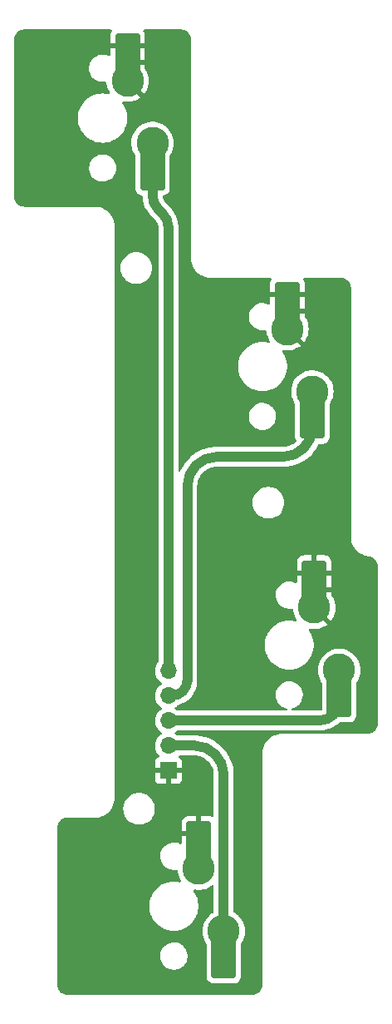
<source format=gbr>
%TF.GenerationSoftware,KiCad,Pcbnew,(6.0.7)*%
%TF.CreationDate,2023-01-05T19:37:18-06:00*%
%TF.ProjectId,OpenRectangle,4f70656e-5265-4637-9461-6e676c652e6b,rev?*%
%TF.SameCoordinates,Original*%
%TF.FileFunction,Copper,L2,Bot*%
%TF.FilePolarity,Positive*%
%FSLAX46Y46*%
G04 Gerber Fmt 4.6, Leading zero omitted, Abs format (unit mm)*
G04 Created by KiCad (PCBNEW (6.0.7)) date 2023-01-05 19:37:18*
%MOMM*%
%LPD*%
G01*
G04 APERTURE LIST*
G04 Aperture macros list*
%AMRoundRect*
0 Rectangle with rounded corners*
0 $1 Rounding radius*
0 $2 $3 $4 $5 $6 $7 $8 $9 X,Y pos of 4 corners*
0 Add a 4 corners polygon primitive as box body*
4,1,4,$2,$3,$4,$5,$6,$7,$8,$9,$2,$3,0*
0 Add four circle primitives for the rounded corners*
1,1,$1+$1,$2,$3*
1,1,$1+$1,$4,$5*
1,1,$1+$1,$6,$7*
1,1,$1+$1,$8,$9*
0 Add four rect primitives between the rounded corners*
20,1,$1+$1,$2,$3,$4,$5,0*
20,1,$1+$1,$4,$5,$6,$7,0*
20,1,$1+$1,$6,$7,$8,$9,0*
20,1,$1+$1,$8,$9,$2,$3,0*%
G04 Aperture macros list end*
%TA.AperFunction,ComponentPad*%
%ADD10R,1.700000X1.700000*%
%TD*%
%TA.AperFunction,ComponentPad*%
%ADD11O,1.700000X1.700000*%
%TD*%
%TA.AperFunction,SMDPad,CuDef*%
%ADD12R,2.500000X1.650000*%
%TD*%
%TA.AperFunction,SMDPad,CuDef*%
%ADD13RoundRect,0.250000X1.000000X-1.025000X1.000000X1.025000X-1.000000X1.025000X-1.000000X-1.025000X0*%
%TD*%
%TA.AperFunction,ComponentPad*%
%ADD14C,3.300000*%
%TD*%
%TA.AperFunction,Conductor*%
%ADD15C,1.000000*%
%TD*%
G04 APERTURE END LIST*
D10*
%TO.P,J1,1,Pin_1*%
%TO.N,GND*%
X330432866Y-102511500D03*
D11*
%TO.P,J1,2,Pin_2*%
%TO.N,RIGHT*%
X330432866Y-99971500D03*
%TO.P,J1,3,Pin_3*%
%TO.N,DOWN*%
X330432866Y-97431500D03*
%TO.P,J1,4,Pin_4*%
%TO.N,LEFT*%
X330432866Y-94891500D03*
%TO.P,J1,5,Pin_5*%
%TO.N,L*%
X330432866Y-92351500D03*
%TD*%
D12*
%TO.P,SW9,1,1*%
%TO.N,GND*%
X333536000Y-110683000D03*
D13*
X333536000Y-108958000D03*
D14*
X333536000Y-112508000D03*
D13*
%TO.P,SW9,2,2*%
%TO.N,RIGHT*%
X336076000Y-122408000D03*
D14*
X336076000Y-118858000D03*
D12*
X336076000Y-120658000D03*
%TD*%
D13*
%TO.P,SW6,1,1*%
%TO.N,GND*%
X326270000Y-28750000D03*
D14*
X326270000Y-32300000D03*
D12*
X326270000Y-30475000D03*
D14*
%TO.P,SW6,2,2*%
%TO.N,L*%
X328810000Y-38650000D03*
D13*
X328810000Y-42200000D03*
D12*
X328810000Y-40450000D03*
%TD*%
D13*
%TO.P,SW8,1,1*%
%TO.N,GND*%
X345299000Y-82386000D03*
D12*
X345299000Y-84111000D03*
D14*
X345299000Y-85936000D03*
%TO.P,SW8,2,2*%
%TO.N,DOWN*%
X347839000Y-92286000D03*
D13*
X347839000Y-95836000D03*
D12*
X347839000Y-94086000D03*
%TD*%
D14*
%TO.P,SW7,1,1*%
%TO.N,GND*%
X342573000Y-57580000D03*
D12*
X342573000Y-55755000D03*
D13*
X342573000Y-54030000D03*
D12*
%TO.P,SW7,2,2*%
%TO.N,LEFT*%
X345113000Y-65730000D03*
D13*
X345113000Y-67480000D03*
D14*
X345113000Y-63930000D03*
%TD*%
D15*
%TO.N,RIGHT*%
X333076000Y-99971500D02*
X330432866Y-99971500D01*
X336076000Y-120658000D02*
X336076000Y-102971500D01*
X336076000Y-102971500D02*
G75*
G03*
X333076000Y-99971500I-3000000J0D01*
G01*
%TO.N,LEFT*%
X342113000Y-70581500D02*
X335362866Y-70581500D01*
%TO.N,DOWN*%
X347839000Y-94086000D02*
X347839000Y-95431500D01*
%TO.N,LEFT*%
X345113000Y-65730000D02*
X345113000Y-67581500D01*
%TO.N,L*%
X328810000Y-42200000D02*
X328810000Y-43960207D01*
%TO.N,DOWN*%
X345839000Y-97431500D02*
X330432866Y-97431500D01*
%TO.N,L*%
X329395787Y-45374421D02*
X329847080Y-45825714D01*
%TO.N,LEFT*%
X332362866Y-73581500D02*
X332362866Y-93332963D01*
%TO.N,L*%
X330432866Y-47239927D02*
X330432866Y-92351500D01*
%TO.N,LEFT*%
X330804329Y-94891500D02*
X330432866Y-94891500D01*
%TO.N,DOWN*%
X345839000Y-97431500D02*
G75*
G03*
X347839000Y-95431500I0J2000000D01*
G01*
%TO.N,LEFT*%
X332362900Y-73581500D02*
G75*
G02*
X335362866Y-70581500I3000000J0D01*
G01*
X342113000Y-70581500D02*
G75*
G03*
X345113000Y-67581500I0J3000000D01*
G01*
%TO.N,L*%
X330432856Y-47239927D02*
G75*
G03*
X329847079Y-45825715I-1999956J27D01*
G01*
X329395790Y-45374418D02*
G75*
G02*
X328810000Y-43960207I1414210J1414218D01*
G01*
%TO.N,LEFT*%
X330804329Y-94891566D02*
G75*
G03*
X332362866Y-93332963I-29J1558566D01*
G01*
%TD*%
%TA.AperFunction,Conductor*%
%TO.N,GND*%
G36*
X324613393Y-27110002D02*
G01*
X324659886Y-27163658D01*
X324669990Y-27233932D01*
X324652532Y-27282116D01*
X324582184Y-27396243D01*
X324576037Y-27409424D01*
X324524862Y-27563710D01*
X324521995Y-27577086D01*
X324512328Y-27671438D01*
X324512000Y-27677855D01*
X324512000Y-28477885D01*
X324516475Y-28493124D01*
X324517865Y-28494329D01*
X324525548Y-28496000D01*
X328009884Y-28496000D01*
X328025123Y-28491525D01*
X328026328Y-28490135D01*
X328027999Y-28482452D01*
X328027999Y-27677905D01*
X328027662Y-27671386D01*
X328017743Y-27575794D01*
X328014851Y-27562400D01*
X327963412Y-27408216D01*
X327957238Y-27395038D01*
X327887476Y-27282303D01*
X327868638Y-27213851D01*
X327889799Y-27146081D01*
X327944240Y-27100510D01*
X327994620Y-27090000D01*
X331693511Y-27090000D01*
X331712894Y-27091500D01*
X331736602Y-27095191D01*
X331745509Y-27094026D01*
X331749275Y-27093534D01*
X331776594Y-27092949D01*
X331905811Y-27104252D01*
X331927439Y-27108066D01*
X332074765Y-27147538D01*
X332095405Y-27155050D01*
X332233649Y-27219512D01*
X332252670Y-27230493D01*
X332377610Y-27317974D01*
X332394436Y-27332092D01*
X332502293Y-27439948D01*
X332516410Y-27456772D01*
X332603896Y-27581711D01*
X332614879Y-27600733D01*
X332679343Y-27738975D01*
X332686854Y-27759613D01*
X332726330Y-27906936D01*
X332730145Y-27928566D01*
X332740835Y-28050751D01*
X332740276Y-28067370D01*
X332740666Y-28067375D01*
X332740556Y-28076354D01*
X332739175Y-28085224D01*
X332740339Y-28094126D01*
X332740339Y-28094128D01*
X332743302Y-28116783D01*
X332744366Y-28133121D01*
X332744366Y-50312133D01*
X332742866Y-50331518D01*
X332740556Y-50346351D01*
X332740556Y-50346355D01*
X332739175Y-50355224D01*
X332740143Y-50362624D01*
X332740324Y-50365382D01*
X332740319Y-50365775D01*
X332740410Y-50366699D01*
X332757374Y-50625529D01*
X332808993Y-50885040D01*
X332894043Y-51135593D01*
X333011069Y-51372902D01*
X333158069Y-51592906D01*
X333332526Y-51791841D01*
X333531457Y-51966304D01*
X333534887Y-51968596D01*
X333534891Y-51968599D01*
X333716799Y-52090149D01*
X333751458Y-52113308D01*
X333755162Y-52115135D01*
X333755166Y-52115137D01*
X333818081Y-52146164D01*
X333988765Y-52230339D01*
X334239316Y-52315395D01*
X334498826Y-52367020D01*
X334502932Y-52367289D01*
X334502938Y-52367290D01*
X334613004Y-52374506D01*
X334728674Y-52382090D01*
X334741328Y-52383566D01*
X334750302Y-52385076D01*
X334756634Y-52385153D01*
X334757989Y-52385170D01*
X334757993Y-52385170D01*
X334762854Y-52385229D01*
X334784783Y-52382089D01*
X334790489Y-52381272D01*
X334808349Y-52380000D01*
X340842108Y-52380000D01*
X340910229Y-52400002D01*
X340956722Y-52453658D01*
X340966826Y-52523932D01*
X340949368Y-52572116D01*
X340885184Y-52676243D01*
X340879037Y-52689424D01*
X340827862Y-52843710D01*
X340824995Y-52857086D01*
X340815328Y-52951438D01*
X340815000Y-52957855D01*
X340815000Y-53757885D01*
X340819475Y-53773124D01*
X340820865Y-53774329D01*
X340828548Y-53776000D01*
X344312884Y-53776000D01*
X344328123Y-53771525D01*
X344329328Y-53770135D01*
X344330999Y-53762452D01*
X344330999Y-52957905D01*
X344330662Y-52951386D01*
X344320743Y-52855794D01*
X344317851Y-52842400D01*
X344266412Y-52688216D01*
X344260238Y-52675038D01*
X344196664Y-52572303D01*
X344177826Y-52503851D01*
X344198987Y-52436082D01*
X344253428Y-52390510D01*
X344303808Y-52380000D01*
X348013511Y-52380000D01*
X348032894Y-52381500D01*
X348056602Y-52385191D01*
X348065509Y-52384026D01*
X348069275Y-52383534D01*
X348096594Y-52382949D01*
X348224074Y-52394100D01*
X348245702Y-52397914D01*
X348391345Y-52436935D01*
X348411982Y-52444445D01*
X348548649Y-52508171D01*
X348567665Y-52519149D01*
X348574496Y-52523932D01*
X348691186Y-52605638D01*
X348708010Y-52619755D01*
X348814631Y-52726373D01*
X348828750Y-52743199D01*
X348873096Y-52806530D01*
X348915241Y-52866720D01*
X348926217Y-52885732D01*
X348963233Y-52965109D01*
X348989944Y-53022388D01*
X348997457Y-53043028D01*
X349036484Y-53188682D01*
X349040297Y-53210310D01*
X349050835Y-53330746D01*
X349050276Y-53347370D01*
X349050666Y-53347375D01*
X349050556Y-53356354D01*
X349049175Y-53365224D01*
X349050339Y-53374126D01*
X349050339Y-53374128D01*
X349053302Y-53396783D01*
X349054366Y-53413121D01*
X349054366Y-78634047D01*
X349052333Y-78656591D01*
X349049501Y-78672164D01*
X349049182Y-78684713D01*
X349050535Y-78695139D01*
X349051431Y-78705174D01*
X349062731Y-78935517D01*
X349106071Y-79182837D01*
X349179777Y-79422864D01*
X349181384Y-79426439D01*
X349281104Y-79648313D01*
X349281108Y-79648320D01*
X349282710Y-79651885D01*
X349413277Y-79866356D01*
X349415715Y-79869425D01*
X349567016Y-80059888D01*
X349567021Y-80059894D01*
X349569457Y-80062960D01*
X349572255Y-80065700D01*
X349572259Y-80065705D01*
X349601166Y-80094018D01*
X349748836Y-80238656D01*
X349948638Y-80390725D01*
X350165771Y-80516815D01*
X350396878Y-80614974D01*
X350400649Y-80616047D01*
X350400655Y-80616049D01*
X350517630Y-80649330D01*
X350638382Y-80683686D01*
X350845043Y-80715498D01*
X350859012Y-80718467D01*
X350864310Y-80719912D01*
X350864317Y-80719913D01*
X350869367Y-80721290D01*
X350871696Y-80721247D01*
X350873949Y-80721840D01*
X350886436Y-80723127D01*
X350891298Y-80722875D01*
X350896162Y-80722999D01*
X350896140Y-80723876D01*
X350918487Y-80725535D01*
X351045241Y-80751612D01*
X351067202Y-80758263D01*
X351216474Y-80818803D01*
X351236867Y-80829330D01*
X351372676Y-80915937D01*
X351390819Y-80929985D01*
X351446482Y-80981849D01*
X351508672Y-81039795D01*
X351523968Y-81056904D01*
X351619944Y-81186264D01*
X351631880Y-81205858D01*
X351702806Y-81350494D01*
X351710989Y-81371926D01*
X351754501Y-81527016D01*
X351758662Y-81549586D01*
X351770671Y-81681004D01*
X351770154Y-81697336D01*
X351770667Y-81697342D01*
X351770557Y-81706318D01*
X351769175Y-81715190D01*
X351770339Y-81724096D01*
X351773303Y-81746774D01*
X351774366Y-81763103D01*
X351774366Y-97712133D01*
X351772866Y-97731518D01*
X351770556Y-97746351D01*
X351770556Y-97746355D01*
X351769175Y-97755224D01*
X351770832Y-97767898D01*
X351771416Y-97795211D01*
X351760110Y-97924429D01*
X351756296Y-97946059D01*
X351716822Y-98093375D01*
X351709311Y-98114013D01*
X351644850Y-98252249D01*
X351633867Y-98271271D01*
X351546383Y-98396208D01*
X351532266Y-98413032D01*
X351424414Y-98520882D01*
X351407588Y-98535000D01*
X351282653Y-98622478D01*
X351263632Y-98633460D01*
X351204917Y-98660838D01*
X351125391Y-98697920D01*
X351104757Y-98705429D01*
X351069569Y-98714857D01*
X350957434Y-98744901D01*
X350935805Y-98748715D01*
X350899220Y-98751915D01*
X350813343Y-98759427D01*
X350797004Y-98758876D01*
X350796999Y-98759301D01*
X350788028Y-98759191D01*
X350779154Y-98757809D01*
X350770251Y-98758973D01*
X350770250Y-98758973D01*
X350747579Y-98761937D01*
X350731245Y-98763000D01*
X342086103Y-98763000D01*
X342065204Y-98761254D01*
X342058242Y-98760083D01*
X342050205Y-98758731D01*
X342050202Y-98758731D01*
X342045406Y-98757924D01*
X342039191Y-98757848D01*
X342037719Y-98757830D01*
X342037715Y-98757830D01*
X342032854Y-98757771D01*
X342028040Y-98758460D01*
X342028030Y-98758461D01*
X342026516Y-98758678D01*
X342016897Y-98759681D01*
X341992904Y-98761254D01*
X341772936Y-98775676D01*
X341772932Y-98775677D01*
X341768822Y-98775946D01*
X341509307Y-98827572D01*
X341258752Y-98912630D01*
X341197174Y-98942998D01*
X341025149Y-99027834D01*
X341025145Y-99027836D01*
X341021441Y-99029663D01*
X341018001Y-99031961D01*
X341018002Y-99031961D01*
X340804871Y-99174374D01*
X340804867Y-99174377D01*
X340801437Y-99176669D01*
X340602502Y-99351135D01*
X340428042Y-99550073D01*
X340425755Y-99553496D01*
X340425751Y-99553501D01*
X340374414Y-99630334D01*
X340281040Y-99770081D01*
X340164012Y-100007394D01*
X340078960Y-100257951D01*
X340027340Y-100517467D01*
X340027071Y-100521578D01*
X340027070Y-100521582D01*
X340011737Y-100755530D01*
X340010558Y-100766212D01*
X340010556Y-100766351D01*
X340009175Y-100775224D01*
X340013302Y-100806783D01*
X340014366Y-100823121D01*
X340014366Y-124282133D01*
X340012866Y-124301518D01*
X340010556Y-124316351D01*
X340010556Y-124316355D01*
X340009175Y-124325224D01*
X340010832Y-124337898D01*
X340011416Y-124365211D01*
X340000110Y-124494429D01*
X339996296Y-124516059D01*
X339956822Y-124663375D01*
X339949311Y-124684013D01*
X339884850Y-124822249D01*
X339873867Y-124841271D01*
X339786383Y-124966208D01*
X339772266Y-124983032D01*
X339664414Y-125090882D01*
X339647588Y-125105000D01*
X339522653Y-125192478D01*
X339503632Y-125203460D01*
X339503600Y-125203475D01*
X339365391Y-125267920D01*
X339344757Y-125275429D01*
X339271094Y-125295165D01*
X339197434Y-125314901D01*
X339175805Y-125318715D01*
X339139220Y-125321915D01*
X339053343Y-125329427D01*
X339037004Y-125328876D01*
X339036999Y-125329301D01*
X339028028Y-125329191D01*
X339019154Y-125327809D01*
X339010251Y-125328973D01*
X339010250Y-125328973D01*
X338987579Y-125331937D01*
X338971245Y-125333000D01*
X320152237Y-125333000D01*
X320132849Y-125331499D01*
X320131238Y-125331248D01*
X320123538Y-125330049D01*
X320118029Y-125329191D01*
X320118028Y-125329191D01*
X320109154Y-125327809D01*
X320100251Y-125328973D01*
X320100245Y-125328973D01*
X320096474Y-125329466D01*
X320069157Y-125330049D01*
X319939953Y-125318742D01*
X319918325Y-125314928D01*
X319918224Y-125314901D01*
X319770998Y-125275449D01*
X319750361Y-125267938D01*
X319750321Y-125267919D01*
X319612126Y-125203475D01*
X319593106Y-125192493D01*
X319530638Y-125148751D01*
X319468169Y-125105008D01*
X319451346Y-125090892D01*
X319343494Y-124983038D01*
X319329379Y-124966217D01*
X319241887Y-124841262D01*
X319230916Y-124822259D01*
X319166452Y-124684013D01*
X319158943Y-124663381D01*
X319158942Y-124663375D01*
X319119467Y-124516050D01*
X319115654Y-124494422D01*
X319105232Y-124375305D01*
X319105256Y-124353063D01*
X319105633Y-124348860D01*
X319106442Y-124344052D01*
X319106595Y-124331500D01*
X319102639Y-124303876D01*
X319101366Y-124286014D01*
X319101366Y-121332593D01*
X329609039Y-121332593D01*
X329617848Y-121567216D01*
X329618943Y-121572434D01*
X329643794Y-121690871D01*
X329666062Y-121797001D01*
X329752302Y-122015377D01*
X329874104Y-122216100D01*
X330027985Y-122393432D01*
X330032117Y-122396820D01*
X330205416Y-122538917D01*
X330205422Y-122538921D01*
X330209544Y-122542301D01*
X330214180Y-122544940D01*
X330214183Y-122544942D01*
X330325408Y-122608255D01*
X330413590Y-122658451D01*
X330634289Y-122738561D01*
X330639538Y-122739510D01*
X330639541Y-122739511D01*
X330720615Y-122754171D01*
X330865330Y-122780340D01*
X330869469Y-122780535D01*
X330869476Y-122780536D01*
X330888440Y-122781430D01*
X330888449Y-122781430D01*
X330889929Y-122781500D01*
X331054950Y-122781500D01*
X331136299Y-122774597D01*
X331224637Y-122767102D01*
X331224641Y-122767101D01*
X331229948Y-122766651D01*
X331235103Y-122765313D01*
X331235109Y-122765312D01*
X331452035Y-122709009D01*
X331452034Y-122709009D01*
X331457206Y-122707667D01*
X331462072Y-122705475D01*
X331462075Y-122705474D01*
X331666417Y-122613424D01*
X331666420Y-122613423D01*
X331671278Y-122611234D01*
X331866041Y-122480112D01*
X332035927Y-122318049D01*
X332176078Y-122129679D01*
X332236719Y-122010408D01*
X332280069Y-121925144D01*
X332280069Y-121925143D01*
X332282487Y-121920388D01*
X332352111Y-121696160D01*
X332369202Y-121567216D01*
X332382261Y-121468690D01*
X332382261Y-121468687D01*
X332382961Y-121463407D01*
X332374152Y-121228784D01*
X332356358Y-121143978D01*
X332327035Y-121004226D01*
X332327034Y-121004223D01*
X332325938Y-120998999D01*
X332239698Y-120780623D01*
X332117896Y-120579900D01*
X331964015Y-120402568D01*
X331953938Y-120394306D01*
X331786584Y-120257083D01*
X331786578Y-120257079D01*
X331782456Y-120253699D01*
X331777820Y-120251060D01*
X331777817Y-120251058D01*
X331583053Y-120140192D01*
X331578410Y-120137549D01*
X331357711Y-120057439D01*
X331352462Y-120056490D01*
X331352459Y-120056489D01*
X331271385Y-120041829D01*
X331126670Y-120015660D01*
X331122531Y-120015465D01*
X331122524Y-120015464D01*
X331103560Y-120014570D01*
X331103551Y-120014570D01*
X331102071Y-120014500D01*
X330937050Y-120014500D01*
X330863511Y-120020740D01*
X330767363Y-120028898D01*
X330767359Y-120028899D01*
X330762052Y-120029349D01*
X330756897Y-120030687D01*
X330756891Y-120030688D01*
X330579177Y-120076814D01*
X330534794Y-120088333D01*
X330529928Y-120090525D01*
X330529925Y-120090526D01*
X330325583Y-120182576D01*
X330325580Y-120182577D01*
X330320722Y-120184766D01*
X330125959Y-120315888D01*
X329956073Y-120477951D01*
X329815922Y-120666321D01*
X329813506Y-120671072D01*
X329813504Y-120671076D01*
X329711931Y-120870856D01*
X329709513Y-120875612D01*
X329639889Y-121099840D01*
X329639188Y-121105129D01*
X329622092Y-121234116D01*
X329609039Y-121332593D01*
X319101366Y-121332593D01*
X319101366Y-108685885D01*
X331778000Y-108685885D01*
X331782475Y-108701124D01*
X331783865Y-108702329D01*
X331791548Y-108704000D01*
X333263885Y-108704000D01*
X333279124Y-108699525D01*
X333280329Y-108698135D01*
X333282000Y-108690452D01*
X333282000Y-107193116D01*
X333277525Y-107177877D01*
X333276135Y-107176672D01*
X333268452Y-107175001D01*
X332488905Y-107175001D01*
X332482386Y-107175338D01*
X332386794Y-107185257D01*
X332373400Y-107188149D01*
X332219216Y-107239588D01*
X332206038Y-107245761D01*
X332068193Y-107331063D01*
X332056792Y-107340099D01*
X331942261Y-107454829D01*
X331933249Y-107466240D01*
X331848184Y-107604243D01*
X331842037Y-107617424D01*
X331790862Y-107771710D01*
X331787995Y-107785086D01*
X331778328Y-107879438D01*
X331778000Y-107885855D01*
X331778000Y-108685885D01*
X319101366Y-108685885D01*
X319101366Y-108354750D01*
X319103112Y-108333845D01*
X319105636Y-108318844D01*
X319105636Y-108318841D01*
X319106442Y-108314052D01*
X319106595Y-108301500D01*
X319105408Y-108293209D01*
X319104614Y-108264371D01*
X319115620Y-108138569D01*
X319119434Y-108116939D01*
X319158912Y-107969605D01*
X319166424Y-107948967D01*
X319230882Y-107810733D01*
X319241863Y-107791712D01*
X319251499Y-107777951D01*
X319329352Y-107666763D01*
X319343470Y-107649938D01*
X319451324Y-107542082D01*
X319468148Y-107527965D01*
X319556297Y-107466240D01*
X319593091Y-107440476D01*
X319612109Y-107429496D01*
X319750350Y-107365031D01*
X319770987Y-107357519D01*
X319918320Y-107318038D01*
X319939949Y-107314224D01*
X319964234Y-107312099D01*
X320062129Y-107303532D01*
X320078750Y-107304090D01*
X320078755Y-107303701D01*
X320087733Y-107303810D01*
X320096602Y-107305191D01*
X320105502Y-107304027D01*
X320105506Y-107304027D01*
X320127909Y-107301097D01*
X320144348Y-107300033D01*
X322899619Y-107302227D01*
X322920427Y-107303974D01*
X322935647Y-107306535D01*
X322935651Y-107306535D01*
X322940456Y-107307344D01*
X322945320Y-107307404D01*
X322945324Y-107307404D01*
X322946500Y-107307418D01*
X322953008Y-107307498D01*
X322960270Y-107306459D01*
X322969884Y-107305457D01*
X323212924Y-107289538D01*
X323212927Y-107289538D01*
X323217043Y-107289268D01*
X323221086Y-107288464D01*
X323221093Y-107288463D01*
X323472515Y-107238461D01*
X323472517Y-107238460D01*
X323476562Y-107237656D01*
X323480461Y-107236333D01*
X323480467Y-107236331D01*
X323723219Y-107153936D01*
X323723218Y-107153936D01*
X323727123Y-107152611D01*
X323730823Y-107150786D01*
X323730829Y-107150784D01*
X323960739Y-107037412D01*
X323964440Y-107035587D01*
X323967862Y-107033301D01*
X323967870Y-107033296D01*
X324181015Y-106890882D01*
X324184450Y-106888587D01*
X324187549Y-106885869D01*
X324187556Y-106885864D01*
X324380295Y-106716842D01*
X324383391Y-106714127D01*
X324431764Y-106658969D01*
X324555134Y-106518295D01*
X324555135Y-106518293D01*
X324557856Y-106515191D01*
X324627141Y-106411500D01*
X325829392Y-106411500D01*
X325849257Y-106663903D01*
X325850411Y-106668710D01*
X325850412Y-106668716D01*
X325861966Y-106716842D01*
X325908361Y-106910091D01*
X325910254Y-106914662D01*
X325910255Y-106914664D01*
X325974628Y-107070073D01*
X326005250Y-107144002D01*
X326137538Y-107359876D01*
X326301968Y-107552398D01*
X326494490Y-107716828D01*
X326710364Y-107849116D01*
X326714934Y-107851009D01*
X326714938Y-107851011D01*
X326939702Y-107944111D01*
X326944275Y-107946005D01*
X326998237Y-107958960D01*
X327185650Y-108003954D01*
X327185656Y-108003955D01*
X327190463Y-108005109D01*
X327290282Y-108012965D01*
X327377211Y-108019807D01*
X327377218Y-108019807D01*
X327379667Y-108020000D01*
X327506065Y-108020000D01*
X327508514Y-108019807D01*
X327508521Y-108019807D01*
X327595450Y-108012965D01*
X327695269Y-108005109D01*
X327700076Y-108003955D01*
X327700082Y-108003954D01*
X327887495Y-107958960D01*
X327941457Y-107946005D01*
X327946030Y-107944111D01*
X328170794Y-107851011D01*
X328170798Y-107851009D01*
X328175368Y-107849116D01*
X328391242Y-107716828D01*
X328583764Y-107552398D01*
X328748194Y-107359876D01*
X328880482Y-107144002D01*
X328911105Y-107070073D01*
X328975477Y-106914664D01*
X328975478Y-106914662D01*
X328977371Y-106910091D01*
X329023766Y-106716842D01*
X329035320Y-106668716D01*
X329035321Y-106668710D01*
X329036475Y-106663903D01*
X329056340Y-106411500D01*
X329036475Y-106159097D01*
X328977371Y-105912909D01*
X328931952Y-105803257D01*
X328882377Y-105683572D01*
X328882375Y-105683568D01*
X328880482Y-105678998D01*
X328748194Y-105463124D01*
X328583764Y-105270602D01*
X328391242Y-105106172D01*
X328175368Y-104973884D01*
X328170798Y-104971991D01*
X328170794Y-104971989D01*
X327946030Y-104878889D01*
X327946028Y-104878888D01*
X327941457Y-104876995D01*
X327856834Y-104856679D01*
X327700082Y-104819046D01*
X327700076Y-104819045D01*
X327695269Y-104817891D01*
X327595450Y-104810035D01*
X327508521Y-104803193D01*
X327508514Y-104803193D01*
X327506065Y-104803000D01*
X327379667Y-104803000D01*
X327377218Y-104803193D01*
X327377211Y-104803193D01*
X327290282Y-104810035D01*
X327190463Y-104817891D01*
X327185656Y-104819045D01*
X327185650Y-104819046D01*
X327028898Y-104856679D01*
X326944275Y-104876995D01*
X326939704Y-104878888D01*
X326939702Y-104878889D01*
X326714938Y-104971989D01*
X326714934Y-104971991D01*
X326710364Y-104973884D01*
X326494490Y-105106172D01*
X326301968Y-105270602D01*
X326137538Y-105463124D01*
X326005250Y-105678998D01*
X326003357Y-105683568D01*
X326003355Y-105683572D01*
X325953780Y-105803257D01*
X325908361Y-105912909D01*
X325849257Y-106159097D01*
X325829392Y-106411500D01*
X324627141Y-106411500D01*
X324704862Y-106295184D01*
X324821891Y-106057870D01*
X324906943Y-105807311D01*
X324958561Y-105547793D01*
X324973622Y-105317946D01*
X324975098Y-105305281D01*
X324975800Y-105301109D01*
X324975800Y-105301104D01*
X324976607Y-105296310D01*
X324976760Y-105283758D01*
X324975865Y-105277504D01*
X324972804Y-105256137D01*
X324971531Y-105238273D01*
X324971526Y-103406169D01*
X329074867Y-103406169D01*
X329075237Y-103412990D01*
X329080761Y-103463852D01*
X329084387Y-103479104D01*
X329129542Y-103599554D01*
X329138080Y-103615149D01*
X329214581Y-103717224D01*
X329227142Y-103729785D01*
X329329217Y-103806286D01*
X329344812Y-103814824D01*
X329465260Y-103859978D01*
X329480515Y-103863605D01*
X329531380Y-103869131D01*
X329538194Y-103869500D01*
X330160751Y-103869500D01*
X330175990Y-103865025D01*
X330177195Y-103863635D01*
X330178866Y-103855952D01*
X330178866Y-103851384D01*
X330686866Y-103851384D01*
X330691341Y-103866623D01*
X330692731Y-103867828D01*
X330700414Y-103869499D01*
X331327535Y-103869499D01*
X331334356Y-103869129D01*
X331385218Y-103863605D01*
X331400470Y-103859979D01*
X331520920Y-103814824D01*
X331536515Y-103806286D01*
X331638590Y-103729785D01*
X331651151Y-103717224D01*
X331727652Y-103615149D01*
X331736190Y-103599554D01*
X331781344Y-103479106D01*
X331784971Y-103463851D01*
X331790497Y-103412986D01*
X331790866Y-103406172D01*
X331790866Y-102783615D01*
X331786391Y-102768376D01*
X331785001Y-102767171D01*
X331777318Y-102765500D01*
X330704981Y-102765500D01*
X330689742Y-102769975D01*
X330688537Y-102771365D01*
X330686866Y-102779048D01*
X330686866Y-103851384D01*
X330178866Y-103851384D01*
X330178866Y-102783615D01*
X330174391Y-102768376D01*
X330173001Y-102767171D01*
X330165318Y-102765500D01*
X329092982Y-102765500D01*
X329077743Y-102769975D01*
X329076538Y-102771365D01*
X329074867Y-102779048D01*
X329074867Y-103406169D01*
X324971526Y-103406169D01*
X324971428Y-68821998D01*
X324971378Y-51371500D01*
X325559392Y-51371500D01*
X325579257Y-51623903D01*
X325638361Y-51870091D01*
X325640254Y-51874662D01*
X325640255Y-51874664D01*
X325678214Y-51966304D01*
X325735250Y-52104002D01*
X325737836Y-52108222D01*
X325740953Y-52113308D01*
X325867538Y-52319876D01*
X326031968Y-52512398D01*
X326035724Y-52515606D01*
X326055551Y-52532540D01*
X326224490Y-52676828D01*
X326440364Y-52809116D01*
X326444934Y-52811009D01*
X326444938Y-52811011D01*
X326601218Y-52875744D01*
X326674275Y-52906005D01*
X326758898Y-52926321D01*
X326915650Y-52963954D01*
X326915656Y-52963955D01*
X326920463Y-52965109D01*
X327020282Y-52972965D01*
X327107211Y-52979807D01*
X327107218Y-52979807D01*
X327109667Y-52980000D01*
X327236065Y-52980000D01*
X327238514Y-52979807D01*
X327238521Y-52979807D01*
X327325450Y-52972965D01*
X327425269Y-52965109D01*
X327430076Y-52963955D01*
X327430082Y-52963954D01*
X327586834Y-52926321D01*
X327671457Y-52906005D01*
X327744514Y-52875744D01*
X327900794Y-52811011D01*
X327900798Y-52811009D01*
X327905368Y-52809116D01*
X328121242Y-52676828D01*
X328290181Y-52532540D01*
X328310008Y-52515606D01*
X328313764Y-52512398D01*
X328478194Y-52319876D01*
X328604779Y-52113308D01*
X328607896Y-52108222D01*
X328610482Y-52104002D01*
X328667519Y-51966304D01*
X328705477Y-51874664D01*
X328705478Y-51874662D01*
X328707371Y-51870091D01*
X328766475Y-51623903D01*
X328786340Y-51371500D01*
X328766475Y-51119097D01*
X328707371Y-50872909D01*
X328702953Y-50862243D01*
X328612377Y-50643572D01*
X328612375Y-50643568D01*
X328610482Y-50638998D01*
X328478194Y-50423124D01*
X328313764Y-50230602D01*
X328121242Y-50066172D01*
X327905368Y-49933884D01*
X327900798Y-49931991D01*
X327900794Y-49931989D01*
X327676030Y-49838889D01*
X327676028Y-49838888D01*
X327671457Y-49836995D01*
X327586834Y-49816679D01*
X327430082Y-49779046D01*
X327430076Y-49779045D01*
X327425269Y-49777891D01*
X327325450Y-49770035D01*
X327238521Y-49763193D01*
X327238514Y-49763193D01*
X327236065Y-49763000D01*
X327109667Y-49763000D01*
X327107218Y-49763193D01*
X327107211Y-49763193D01*
X327020282Y-49770035D01*
X326920463Y-49777891D01*
X326915656Y-49779045D01*
X326915650Y-49779046D01*
X326758898Y-49816679D01*
X326674275Y-49836995D01*
X326669704Y-49838888D01*
X326669702Y-49838889D01*
X326444938Y-49931989D01*
X326444934Y-49931991D01*
X326440364Y-49933884D01*
X326224490Y-50066172D01*
X326031968Y-50230602D01*
X325867538Y-50423124D01*
X325735250Y-50638998D01*
X325733357Y-50643568D01*
X325733355Y-50643572D01*
X325642779Y-50862243D01*
X325638361Y-50872909D01*
X325579257Y-51119097D01*
X325559392Y-51371500D01*
X324971378Y-51371500D01*
X324971366Y-47181474D01*
X324972904Y-47161849D01*
X324975786Y-47143572D01*
X324975786Y-47143570D01*
X324976544Y-47138764D01*
X324976568Y-47126211D01*
X324975262Y-47117717D01*
X324974151Y-47107995D01*
X324956331Y-46870468D01*
X324956330Y-46870463D01*
X324956026Y-46866407D01*
X324903223Y-46611269D01*
X324886677Y-46563470D01*
X324819320Y-46368893D01*
X324819319Y-46368891D01*
X324817993Y-46365060D01*
X324816186Y-46361435D01*
X324816183Y-46361428D01*
X324703565Y-46135514D01*
X324701754Y-46131881D01*
X324556444Y-45915621D01*
X324515129Y-45868592D01*
X324387161Y-45722928D01*
X324384485Y-45719882D01*
X324188743Y-45547928D01*
X323972479Y-45402623D01*
X323739298Y-45286389D01*
X323735453Y-45285058D01*
X323735448Y-45285056D01*
X323496935Y-45202496D01*
X323496931Y-45202495D01*
X323493086Y-45201164D01*
X323237947Y-45148368D01*
X323233890Y-45148064D01*
X323233885Y-45148063D01*
X323013890Y-45131562D01*
X323001142Y-45129948D01*
X322990693Y-45128080D01*
X322984261Y-45127935D01*
X322983010Y-45127907D01*
X322983005Y-45127907D01*
X322978143Y-45127798D01*
X322947229Y-45131902D01*
X322930649Y-45132996D01*
X318587892Y-45132645D01*
X315772248Y-45132417D01*
X315752879Y-45130917D01*
X315729154Y-45127222D01*
X315720251Y-45128386D01*
X315720245Y-45128386D01*
X315716474Y-45128879D01*
X315689158Y-45129462D01*
X315559952Y-45118155D01*
X315538323Y-45114341D01*
X315532946Y-45112900D01*
X315390995Y-45074862D01*
X315370357Y-45067350D01*
X315232124Y-45002889D01*
X315213103Y-44991907D01*
X315088163Y-44904421D01*
X315071339Y-44890304D01*
X314963480Y-44782444D01*
X314949378Y-44765637D01*
X314861883Y-44640680D01*
X314850906Y-44621668D01*
X314786445Y-44483431D01*
X314778933Y-44462792D01*
X314739455Y-44315457D01*
X314735642Y-44293828D01*
X314724933Y-44171430D01*
X314725483Y-44155034D01*
X314725066Y-44155029D01*
X314725175Y-44146060D01*
X314726557Y-44137185D01*
X314722430Y-44105626D01*
X314721366Y-44089288D01*
X314721366Y-41124593D01*
X322343039Y-41124593D01*
X322351848Y-41359216D01*
X322352943Y-41364434D01*
X322377794Y-41482871D01*
X322400062Y-41589001D01*
X322486302Y-41807377D01*
X322608104Y-42008100D01*
X322761985Y-42185432D01*
X322766117Y-42188820D01*
X322939416Y-42330917D01*
X322939422Y-42330921D01*
X322943544Y-42334301D01*
X322948180Y-42336940D01*
X322948183Y-42336942D01*
X323059408Y-42400255D01*
X323147590Y-42450451D01*
X323368289Y-42530561D01*
X323373538Y-42531510D01*
X323373541Y-42531511D01*
X323454615Y-42546171D01*
X323599330Y-42572340D01*
X323603469Y-42572535D01*
X323603476Y-42572536D01*
X323622440Y-42573430D01*
X323622449Y-42573430D01*
X323623929Y-42573500D01*
X323788950Y-42573500D01*
X323870299Y-42566597D01*
X323958637Y-42559102D01*
X323958641Y-42559101D01*
X323963948Y-42558651D01*
X323969103Y-42557313D01*
X323969109Y-42557312D01*
X324186035Y-42501009D01*
X324186034Y-42501009D01*
X324191206Y-42499667D01*
X324196072Y-42497475D01*
X324196075Y-42497474D01*
X324400417Y-42405424D01*
X324400420Y-42405423D01*
X324405278Y-42403234D01*
X324600041Y-42272112D01*
X324769927Y-42110049D01*
X324910078Y-41921679D01*
X324970719Y-41802408D01*
X325014069Y-41717144D01*
X325014069Y-41717143D01*
X325016487Y-41712388D01*
X325086111Y-41488160D01*
X325103202Y-41359216D01*
X325116261Y-41260690D01*
X325116261Y-41260687D01*
X325116961Y-41255407D01*
X325108152Y-41020784D01*
X325090358Y-40935978D01*
X325061035Y-40796226D01*
X325061034Y-40796223D01*
X325059938Y-40790999D01*
X324973698Y-40572623D01*
X324851896Y-40371900D01*
X324698015Y-40194568D01*
X324687938Y-40186306D01*
X324520584Y-40049083D01*
X324520578Y-40049079D01*
X324516456Y-40045699D01*
X324511820Y-40043060D01*
X324511817Y-40043058D01*
X324317053Y-39932192D01*
X324312410Y-39929549D01*
X324091711Y-39849439D01*
X324086462Y-39848490D01*
X324086459Y-39848489D01*
X324005385Y-39833829D01*
X323860670Y-39807660D01*
X323856531Y-39807465D01*
X323856524Y-39807464D01*
X323837560Y-39806570D01*
X323837551Y-39806570D01*
X323836071Y-39806500D01*
X323671050Y-39806500D01*
X323597511Y-39812740D01*
X323501363Y-39820898D01*
X323501359Y-39820899D01*
X323496052Y-39821349D01*
X323490897Y-39822687D01*
X323490891Y-39822688D01*
X323313177Y-39868814D01*
X323268794Y-39880333D01*
X323263928Y-39882525D01*
X323263925Y-39882526D01*
X323059583Y-39974576D01*
X323059580Y-39974577D01*
X323054722Y-39976766D01*
X322859959Y-40107888D01*
X322690073Y-40269951D01*
X322549922Y-40458321D01*
X322547506Y-40463072D01*
X322547504Y-40463076D01*
X322445931Y-40662856D01*
X322443513Y-40667612D01*
X322373889Y-40891840D01*
X322373188Y-40897129D01*
X322356092Y-41026116D01*
X322343039Y-41124593D01*
X314721366Y-41124593D01*
X314721366Y-38627344D01*
X326646575Y-38627344D01*
X326663516Y-38921164D01*
X326664341Y-38925371D01*
X326664342Y-38925376D01*
X326691150Y-39062014D01*
X326720177Y-39209966D01*
X326815509Y-39488407D01*
X326947747Y-39751334D01*
X326950173Y-39754863D01*
X326950176Y-39754869D01*
X327029340Y-39870052D01*
X327051500Y-39941419D01*
X327051500Y-43275400D01*
X327062474Y-43381166D01*
X327118450Y-43548946D01*
X327211522Y-43699348D01*
X327336697Y-43824305D01*
X327342927Y-43828145D01*
X327342928Y-43828146D01*
X327480090Y-43912694D01*
X327487262Y-43917115D01*
X327567005Y-43943564D01*
X327648611Y-43970632D01*
X327648613Y-43970632D01*
X327655139Y-43972797D01*
X327661977Y-43973498D01*
X327661979Y-43973498D01*
X327691523Y-43976525D01*
X327757250Y-44003367D01*
X327798032Y-44061482D01*
X327804528Y-44095684D01*
X327812377Y-44255450D01*
X327812831Y-44258510D01*
X327855031Y-44542991D01*
X327855751Y-44547847D01*
X327856502Y-44550846D01*
X327856503Y-44550850D01*
X327879007Y-44640688D01*
X327927576Y-44834584D01*
X327928616Y-44837492D01*
X327928618Y-44837497D01*
X328026115Y-45109981D01*
X328026119Y-45109991D01*
X328027160Y-45112900D01*
X328035681Y-45130916D01*
X328152223Y-45377321D01*
X328152228Y-45377329D01*
X328153545Y-45380115D01*
X328155126Y-45382752D01*
X328155132Y-45382764D01*
X328303923Y-45631006D01*
X328303929Y-45631015D01*
X328305512Y-45633656D01*
X328481599Y-45871081D01*
X328483680Y-45873377D01*
X328638229Y-46043894D01*
X328644429Y-46051284D01*
X328659493Y-46070704D01*
X328679221Y-46090991D01*
X328681935Y-46093221D01*
X328681938Y-46093223D01*
X328713101Y-46118820D01*
X328722221Y-46127090D01*
X329088832Y-46493701D01*
X329098207Y-46504186D01*
X329099024Y-46505209D01*
X329120579Y-46532209D01*
X329125278Y-46536180D01*
X329125281Y-46536183D01*
X329140521Y-46549061D01*
X329155005Y-46563469D01*
X329192548Y-46607426D01*
X329228569Y-46649602D01*
X329240189Y-46665597D01*
X329311114Y-46781335D01*
X329320088Y-46798948D01*
X329346377Y-46862416D01*
X329372037Y-46924366D01*
X329378147Y-46943170D01*
X329409836Y-47075168D01*
X329412929Y-47094695D01*
X329415409Y-47126211D01*
X329420792Y-47194620D01*
X329420394Y-47218552D01*
X329419585Y-47225764D01*
X329420101Y-47231910D01*
X329420101Y-47231911D01*
X329423924Y-47277444D01*
X329424366Y-47287986D01*
X329424366Y-91389881D01*
X329404364Y-91458002D01*
X329389460Y-91476932D01*
X329373495Y-91493638D01*
X329247609Y-91678180D01*
X329153554Y-91880805D01*
X329093855Y-92096070D01*
X329070117Y-92318195D01*
X329082976Y-92541215D01*
X329084113Y-92546261D01*
X329084114Y-92546267D01*
X329100771Y-92620177D01*
X329132088Y-92759139D01*
X329216132Y-92966116D01*
X329218831Y-92970520D01*
X329313133Y-93124407D01*
X329332853Y-93156588D01*
X329479116Y-93325438D01*
X329650992Y-93468132D01*
X329678984Y-93484489D01*
X329724311Y-93510976D01*
X329773035Y-93562614D01*
X329786106Y-93632397D01*
X329759375Y-93698169D01*
X329718921Y-93731527D01*
X329706473Y-93738007D01*
X329702340Y-93741110D01*
X329702337Y-93741112D01*
X329583193Y-93830568D01*
X329527831Y-93872135D01*
X329373495Y-94033638D01*
X329247609Y-94218180D01*
X329153554Y-94420805D01*
X329093855Y-94636070D01*
X329070117Y-94858195D01*
X329070414Y-94863348D01*
X329070414Y-94863351D01*
X329074437Y-94933126D01*
X329082976Y-95081215D01*
X329084113Y-95086261D01*
X329084114Y-95086267D01*
X329099236Y-95153366D01*
X329132088Y-95299139D01*
X329216132Y-95506116D01*
X329218831Y-95510520D01*
X329303979Y-95649469D01*
X329332853Y-95696588D01*
X329479116Y-95865438D01*
X329650992Y-96008132D01*
X329699119Y-96036255D01*
X329724311Y-96050976D01*
X329773035Y-96102614D01*
X329786106Y-96172397D01*
X329759375Y-96238169D01*
X329718921Y-96271527D01*
X329706473Y-96278007D01*
X329702340Y-96281110D01*
X329702337Y-96281112D01*
X329604548Y-96354534D01*
X329527831Y-96412135D01*
X329373495Y-96573638D01*
X329247609Y-96758180D01*
X329153554Y-96960805D01*
X329093855Y-97176070D01*
X329070117Y-97398195D01*
X329070414Y-97403348D01*
X329070414Y-97403351D01*
X329082119Y-97606345D01*
X329082976Y-97621215D01*
X329084113Y-97626261D01*
X329084114Y-97626267D01*
X329106362Y-97724987D01*
X329132088Y-97839139D01*
X329216132Y-98046116D01*
X329332853Y-98236588D01*
X329479116Y-98405438D01*
X329650992Y-98548132D01*
X329721461Y-98589311D01*
X329724311Y-98590976D01*
X329773035Y-98642614D01*
X329786106Y-98712397D01*
X329759375Y-98778169D01*
X329718921Y-98811527D01*
X329706473Y-98818007D01*
X329702340Y-98821110D01*
X329702337Y-98821112D01*
X329549478Y-98935882D01*
X329527831Y-98952135D01*
X329373495Y-99113638D01*
X329247609Y-99298180D01*
X329153554Y-99500805D01*
X329093855Y-99716070D01*
X329070117Y-99938195D01*
X329070414Y-99943348D01*
X329070414Y-99943351D01*
X329074107Y-100007394D01*
X329082976Y-100161215D01*
X329084113Y-100166261D01*
X329084114Y-100166267D01*
X329103896Y-100254044D01*
X329132088Y-100379139D01*
X329156379Y-100438960D01*
X329203764Y-100555656D01*
X329216132Y-100586116D01*
X329218831Y-100590520D01*
X329326495Y-100766212D01*
X329332853Y-100776588D01*
X329479116Y-100945438D01*
X329483091Y-100948738D01*
X329483097Y-100948744D01*
X329488291Y-100953056D01*
X329527925Y-101011960D01*
X329529421Y-101082941D01*
X329492305Y-101143462D01*
X329452034Y-101167980D01*
X329344812Y-101208176D01*
X329329217Y-101216714D01*
X329227142Y-101293215D01*
X329214581Y-101305776D01*
X329138080Y-101407851D01*
X329129542Y-101423446D01*
X329084388Y-101543894D01*
X329080761Y-101559149D01*
X329075235Y-101610014D01*
X329074866Y-101616828D01*
X329074866Y-102239385D01*
X329079341Y-102254624D01*
X329080731Y-102255829D01*
X329088414Y-102257500D01*
X331772750Y-102257500D01*
X331787989Y-102253025D01*
X331789194Y-102251635D01*
X331790865Y-102243952D01*
X331790865Y-101616831D01*
X331790495Y-101610010D01*
X331784971Y-101559148D01*
X331781345Y-101543896D01*
X331736190Y-101423446D01*
X331727652Y-101407851D01*
X331651151Y-101305776D01*
X331638590Y-101293215D01*
X331536512Y-101216712D01*
X331536161Y-101216520D01*
X331535880Y-101216239D01*
X331529328Y-101211328D01*
X331530037Y-101210382D01*
X331486015Y-101166262D01*
X331471001Y-101096871D01*
X331495886Y-101030379D01*
X331552769Y-100987895D01*
X331596670Y-100980000D01*
X333012181Y-100980000D01*
X333026225Y-100980785D01*
X333061851Y-100984781D01*
X333090646Y-100982363D01*
X333109428Y-100982191D01*
X333148943Y-100984781D01*
X333327701Y-100996498D01*
X333344041Y-100998649D01*
X333463691Y-101022449D01*
X333583343Y-101046249D01*
X333599257Y-101050513D01*
X333694787Y-101082941D01*
X333830292Y-101128939D01*
X333845519Y-101135246D01*
X334064342Y-101243157D01*
X334078616Y-101251398D01*
X334281478Y-101386947D01*
X334294553Y-101396980D01*
X334477993Y-101557852D01*
X334489648Y-101569507D01*
X334650520Y-101752947D01*
X334660553Y-101766022D01*
X334796102Y-101968884D01*
X334804343Y-101983158D01*
X334912254Y-102201981D01*
X334918561Y-102217208D01*
X334996986Y-102448240D01*
X335001252Y-102464160D01*
X335048851Y-102703459D01*
X335051002Y-102719799D01*
X335064419Y-102924500D01*
X335063904Y-102946784D01*
X335062719Y-102957351D01*
X335063235Y-102963495D01*
X335067058Y-103009024D01*
X335067500Y-103019567D01*
X335067500Y-107144474D01*
X335047498Y-107212595D01*
X334993842Y-107259088D01*
X334923568Y-107269192D01*
X334875384Y-107251734D01*
X334864757Y-107245184D01*
X334851576Y-107239037D01*
X334697290Y-107187862D01*
X334683914Y-107184995D01*
X334589562Y-107175328D01*
X334583145Y-107175000D01*
X333808115Y-107175000D01*
X333792876Y-107179475D01*
X333791671Y-107180865D01*
X333790000Y-107188548D01*
X333790000Y-110811000D01*
X333769998Y-110879121D01*
X333716342Y-110925614D01*
X333664000Y-110937000D01*
X333408000Y-110937000D01*
X333339879Y-110916998D01*
X333293386Y-110863342D01*
X333282000Y-110811000D01*
X333282000Y-109230115D01*
X333277525Y-109214876D01*
X333276135Y-109213671D01*
X333268452Y-109212000D01*
X331796116Y-109212000D01*
X331780877Y-109216475D01*
X331779672Y-109217865D01*
X331778001Y-109225548D01*
X331778001Y-109809895D01*
X331778000Y-109809927D01*
X331778000Y-109874455D01*
X331757998Y-109942576D01*
X331704342Y-109989069D01*
X331634068Y-109999173D01*
X331589667Y-109983956D01*
X331583059Y-109980195D01*
X331583056Y-109980193D01*
X331578410Y-109977549D01*
X331357711Y-109897439D01*
X331352462Y-109896490D01*
X331352459Y-109896489D01*
X331271385Y-109881829D01*
X331126670Y-109855660D01*
X331122531Y-109855465D01*
X331122524Y-109855464D01*
X331103560Y-109854570D01*
X331103551Y-109854570D01*
X331102071Y-109854500D01*
X330937050Y-109854500D01*
X330855701Y-109861403D01*
X330767363Y-109868898D01*
X330767359Y-109868899D01*
X330762052Y-109869349D01*
X330756897Y-109870687D01*
X330756891Y-109870688D01*
X330579177Y-109916814D01*
X330534794Y-109928333D01*
X330529928Y-109930525D01*
X330529925Y-109930526D01*
X330325583Y-110022576D01*
X330325580Y-110022577D01*
X330320722Y-110024766D01*
X330125959Y-110155888D01*
X329956073Y-110317951D01*
X329815922Y-110506321D01*
X329709513Y-110715612D01*
X329639889Y-110939840D01*
X329609039Y-111172593D01*
X329617848Y-111407216D01*
X329666062Y-111637001D01*
X329752302Y-111855377D01*
X329874104Y-112056100D01*
X330027985Y-112233432D01*
X330032117Y-112236820D01*
X330205416Y-112378917D01*
X330205422Y-112378921D01*
X330209544Y-112382301D01*
X330214180Y-112384940D01*
X330214183Y-112384942D01*
X330330642Y-112451234D01*
X330413590Y-112498451D01*
X330634289Y-112578561D01*
X330639538Y-112579510D01*
X330639541Y-112579511D01*
X330720615Y-112594171D01*
X330865330Y-112620340D01*
X330869469Y-112620535D01*
X330869476Y-112620536D01*
X330888440Y-112621430D01*
X330888449Y-112621430D01*
X330889929Y-112621500D01*
X331054950Y-112621500D01*
X331136299Y-112614597D01*
X331224637Y-112607102D01*
X331224641Y-112607101D01*
X331229948Y-112606651D01*
X331235107Y-112605312D01*
X331239669Y-112604532D01*
X331310186Y-112612769D01*
X331365055Y-112657824D01*
X331386691Y-112721478D01*
X331389766Y-112774813D01*
X331390839Y-112783313D01*
X331445837Y-113063636D01*
X331448048Y-113071888D01*
X331540581Y-113342157D01*
X331543896Y-113350042D01*
X331672251Y-113605247D01*
X331676607Y-113612613D01*
X331730591Y-113691159D01*
X331752691Y-113758628D01*
X331734806Y-113827335D01*
X331682614Y-113875465D01*
X331612686Y-113887739D01*
X331603141Y-113886294D01*
X331314154Y-113831167D01*
X331310254Y-113830423D01*
X331216700Y-113824537D01*
X331076642Y-113815725D01*
X331076626Y-113815724D01*
X331074647Y-113815600D01*
X330917353Y-113815600D01*
X330915374Y-113815724D01*
X330915358Y-113815725D01*
X330775300Y-113824537D01*
X330681746Y-113830423D01*
X330372448Y-113889425D01*
X330072984Y-113986727D01*
X330069398Y-113988414D01*
X330069394Y-113988416D01*
X329791662Y-114119106D01*
X329791655Y-114119110D01*
X329788076Y-114120794D01*
X329522218Y-114289513D01*
X329279602Y-114490222D01*
X329064055Y-114719756D01*
X329061728Y-114722958D01*
X329061727Y-114722960D01*
X328991649Y-114819415D01*
X328878976Y-114974496D01*
X328727284Y-115250423D01*
X328611370Y-115543187D01*
X328533064Y-115848170D01*
X328493600Y-116160562D01*
X328493600Y-116475438D01*
X328533064Y-116787830D01*
X328611370Y-117092813D01*
X328612823Y-117096482D01*
X328612823Y-117096483D01*
X328635396Y-117153496D01*
X328727284Y-117385577D01*
X328729186Y-117389036D01*
X328729187Y-117389039D01*
X328786504Y-117493297D01*
X328878976Y-117661504D01*
X329064055Y-117916244D01*
X329279602Y-118145778D01*
X329522218Y-118346487D01*
X329788076Y-118515206D01*
X329791655Y-118516890D01*
X329791662Y-118516894D01*
X330069394Y-118647584D01*
X330069398Y-118647586D01*
X330072984Y-118649273D01*
X330372448Y-118746575D01*
X330681746Y-118805577D01*
X330775300Y-118811463D01*
X330915358Y-118820275D01*
X330915374Y-118820276D01*
X330917353Y-118820400D01*
X331074647Y-118820400D01*
X331076626Y-118820276D01*
X331076642Y-118820275D01*
X331216700Y-118811463D01*
X331310254Y-118805577D01*
X331619552Y-118746575D01*
X331919016Y-118649273D01*
X331922602Y-118647586D01*
X331922606Y-118647584D01*
X332200338Y-118516894D01*
X332200345Y-118516890D01*
X332203924Y-118515206D01*
X332469782Y-118346487D01*
X332712398Y-118145778D01*
X332927945Y-117916244D01*
X333113024Y-117661504D01*
X333205497Y-117493297D01*
X333262813Y-117389039D01*
X333262814Y-117389036D01*
X333264716Y-117385577D01*
X333356604Y-117153496D01*
X333379177Y-117096483D01*
X333379177Y-117096482D01*
X333380630Y-117092813D01*
X333458936Y-116787830D01*
X333498400Y-116475438D01*
X333498400Y-116160562D01*
X333458936Y-115848170D01*
X333380630Y-115543187D01*
X333264716Y-115250423D01*
X333113024Y-114974496D01*
X333005989Y-114827175D01*
X332982132Y-114760309D01*
X332998212Y-114691158D01*
X333049126Y-114641678D01*
X333118708Y-114627578D01*
X333126985Y-114628566D01*
X333350759Y-114662808D01*
X333359293Y-114663524D01*
X333644914Y-114668012D01*
X333653465Y-114667563D01*
X333937056Y-114633245D01*
X333945457Y-114631643D01*
X334221780Y-114559151D01*
X334229882Y-114556424D01*
X334493805Y-114447103D01*
X334501467Y-114443300D01*
X334748113Y-114299172D01*
X334755178Y-114294371D01*
X334863753Y-114209237D01*
X334929702Y-114182945D01*
X334999396Y-114196480D01*
X335050709Y-114245547D01*
X335067500Y-114308391D01*
X335067500Y-116874560D01*
X335047498Y-116942681D01*
X335006207Y-116982675D01*
X334927461Y-117029803D01*
X334844918Y-117079204D01*
X334844914Y-117079207D01*
X334841236Y-117081408D01*
X334611549Y-117265422D01*
X334608605Y-117268524D01*
X334608601Y-117268528D01*
X334411911Y-117475796D01*
X334408961Y-117478905D01*
X334237220Y-117717908D01*
X334099504Y-117978007D01*
X333998362Y-118254390D01*
X333935666Y-118541943D01*
X333912575Y-118835344D01*
X333929516Y-119129164D01*
X333930341Y-119133371D01*
X333930342Y-119133376D01*
X333957150Y-119270014D01*
X333986177Y-119417966D01*
X334081509Y-119696407D01*
X334213747Y-119959334D01*
X334216173Y-119962863D01*
X334216176Y-119962869D01*
X334295340Y-120078052D01*
X334317500Y-120149419D01*
X334317500Y-123483400D01*
X334328474Y-123589166D01*
X334384450Y-123756946D01*
X334477522Y-123907348D01*
X334602697Y-124032305D01*
X334608927Y-124036145D01*
X334608928Y-124036146D01*
X334746090Y-124120694D01*
X334753262Y-124125115D01*
X334833005Y-124151564D01*
X334914611Y-124178632D01*
X334914613Y-124178632D01*
X334921139Y-124180797D01*
X334927975Y-124181497D01*
X334927978Y-124181498D01*
X334971031Y-124185909D01*
X335025600Y-124191500D01*
X337126400Y-124191500D01*
X337129646Y-124191163D01*
X337129650Y-124191163D01*
X337225308Y-124181238D01*
X337225312Y-124181237D01*
X337232166Y-124180526D01*
X337238702Y-124178345D01*
X337238704Y-124178345D01*
X337370806Y-124134272D01*
X337399946Y-124124550D01*
X337550348Y-124031478D01*
X337675305Y-123906303D01*
X337768115Y-123755738D01*
X337823797Y-123587861D01*
X337834500Y-123483400D01*
X337834500Y-120151489D01*
X337854502Y-120083368D01*
X337858953Y-120076895D01*
X337900203Y-120020740D01*
X337902741Y-120017285D01*
X338043172Y-119758642D01*
X338147203Y-119483333D01*
X338212907Y-119196453D01*
X338218537Y-119133376D01*
X338238849Y-118905776D01*
X338238849Y-118905774D01*
X338239069Y-118903310D01*
X338239544Y-118858000D01*
X338238000Y-118835344D01*
X338219819Y-118568650D01*
X338219818Y-118568644D01*
X338219527Y-118564373D01*
X338159845Y-118276180D01*
X338061603Y-117998753D01*
X337926618Y-117737226D01*
X337910589Y-117714418D01*
X337759856Y-117499948D01*
X337759855Y-117499947D01*
X337757389Y-117496438D01*
X337557048Y-117280844D01*
X337534936Y-117262745D01*
X337332618Y-117097151D01*
X337329300Y-117094435D01*
X337144665Y-116981291D01*
X337097034Y-116928643D01*
X337084500Y-116873858D01*
X337084500Y-103043222D01*
X337085492Y-103027444D01*
X337088985Y-102999795D01*
X337089380Y-102971500D01*
X337088563Y-102963173D01*
X337088098Y-102956724D01*
X337087639Y-102946784D01*
X337076764Y-102711557D01*
X337071798Y-102604138D01*
X337071797Y-102604131D01*
X337071664Y-102601247D01*
X337020457Y-102234153D01*
X336935597Y-101873350D01*
X336817808Y-101521916D01*
X336668095Y-101182849D01*
X336641581Y-101135246D01*
X336489158Y-100861595D01*
X336487736Y-100859042D01*
X336278269Y-100553259D01*
X336041482Y-100268106D01*
X335779394Y-100006018D01*
X335513461Y-99785191D01*
X335496481Y-99771091D01*
X335496480Y-99771090D01*
X335494241Y-99769231D01*
X335188458Y-99559764D01*
X334864651Y-99379405D01*
X334525584Y-99229692D01*
X334174150Y-99111903D01*
X334171317Y-99111237D01*
X334171311Y-99111235D01*
X334011064Y-99073546D01*
X333813347Y-99027043D01*
X333810462Y-99026641D01*
X333810459Y-99026640D01*
X333568697Y-98992916D01*
X333446253Y-98975836D01*
X333443369Y-98975703D01*
X333443362Y-98975702D01*
X333128161Y-98961129D01*
X333118192Y-98960270D01*
X333107784Y-98958955D01*
X333107772Y-98958954D01*
X333104295Y-98958515D01*
X333097962Y-98958427D01*
X333079523Y-98958169D01*
X333079520Y-98958169D01*
X333076000Y-98958120D01*
X333045313Y-98961129D01*
X333032360Y-98962399D01*
X333020064Y-98963000D01*
X331391665Y-98963000D01*
X331323544Y-98942998D01*
X331313573Y-98935882D01*
X331191280Y-98839300D01*
X331191276Y-98839298D01*
X331187225Y-98836098D01*
X331145919Y-98813296D01*
X331095950Y-98762864D01*
X331081178Y-98693421D01*
X331106294Y-98627016D01*
X331133646Y-98600409D01*
X331308517Y-98475675D01*
X331312726Y-98472673D01*
X331315752Y-98469657D01*
X331380454Y-98441070D01*
X331396842Y-98440000D01*
X345767278Y-98440000D01*
X345783056Y-98440992D01*
X345810705Y-98444485D01*
X345839000Y-98444880D01*
X345842483Y-98444539D01*
X345842496Y-98444538D01*
X345852623Y-98443545D01*
X345858320Y-98443117D01*
X345967802Y-98437379D01*
X346153905Y-98427626D01*
X346157145Y-98427113D01*
X346157153Y-98427112D01*
X346299940Y-98404496D01*
X346465361Y-98378296D01*
X346769954Y-98296680D01*
X347064347Y-98183674D01*
X347201064Y-98114013D01*
X347342376Y-98042011D01*
X347342383Y-98042007D01*
X347345315Y-98040513D01*
X347609779Y-97868768D01*
X347854842Y-97670320D01*
X347868757Y-97656405D01*
X347931069Y-97622379D01*
X347957852Y-97619500D01*
X348889400Y-97619500D01*
X348892646Y-97619163D01*
X348892650Y-97619163D01*
X348988308Y-97609238D01*
X348988312Y-97609237D01*
X348995166Y-97608526D01*
X349001702Y-97606345D01*
X349001704Y-97606345D01*
X349155998Y-97554868D01*
X349162946Y-97552550D01*
X349313348Y-97459478D01*
X349438305Y-97334303D01*
X349531115Y-97183738D01*
X349586797Y-97015861D01*
X349597500Y-96911400D01*
X349597500Y-93579489D01*
X349617502Y-93511368D01*
X349621953Y-93504895D01*
X349663203Y-93448740D01*
X349665741Y-93445285D01*
X349728642Y-93329436D01*
X349804122Y-93190418D01*
X349804123Y-93190416D01*
X349806172Y-93186642D01*
X349910203Y-92911333D01*
X349975907Y-92624453D01*
X349981537Y-92561376D01*
X350001849Y-92333776D01*
X350001849Y-92333774D01*
X350002069Y-92331310D01*
X350002207Y-92318195D01*
X350002518Y-92288484D01*
X350002518Y-92288483D01*
X350002544Y-92286000D01*
X350001000Y-92263344D01*
X349982819Y-91996650D01*
X349982818Y-91996644D01*
X349982527Y-91992373D01*
X349922845Y-91704180D01*
X349824603Y-91426753D01*
X349689618Y-91165226D01*
X349673589Y-91142418D01*
X349522856Y-90927948D01*
X349522855Y-90927947D01*
X349520389Y-90924438D01*
X349320048Y-90708844D01*
X349297936Y-90690745D01*
X349095618Y-90525151D01*
X349092300Y-90522435D01*
X348841361Y-90368660D01*
X348822706Y-90360471D01*
X348575802Y-90252087D01*
X348575798Y-90252086D01*
X348571874Y-90250363D01*
X348288826Y-90169735D01*
X348284584Y-90169131D01*
X348284578Y-90169130D01*
X348001705Y-90128871D01*
X347997454Y-90128266D01*
X347842306Y-90127454D01*
X347707436Y-90126747D01*
X347707430Y-90126747D01*
X347703150Y-90126725D01*
X347698906Y-90127284D01*
X347698902Y-90127284D01*
X347570341Y-90144210D01*
X347411360Y-90165140D01*
X347407220Y-90166273D01*
X347407218Y-90166273D01*
X347212050Y-90219665D01*
X347127483Y-90242800D01*
X347123533Y-90244485D01*
X346860714Y-90356586D01*
X346860707Y-90356590D01*
X346856772Y-90358268D01*
X346704386Y-90449469D01*
X346607918Y-90507204D01*
X346607914Y-90507207D01*
X346604236Y-90509408D01*
X346374549Y-90693422D01*
X346371605Y-90696524D01*
X346371601Y-90696528D01*
X346174911Y-90903796D01*
X346171961Y-90906905D01*
X346000220Y-91145908D01*
X345862504Y-91406007D01*
X345836549Y-91476933D01*
X345764469Y-91673901D01*
X345761362Y-91682390D01*
X345698666Y-91969943D01*
X345675575Y-92263344D01*
X345692516Y-92557164D01*
X345693341Y-92561371D01*
X345693342Y-92561376D01*
X345720150Y-92698014D01*
X345749177Y-92845966D01*
X345750564Y-92850016D01*
X345750565Y-92850021D01*
X345843120Y-93120351D01*
X345844509Y-93124407D01*
X345976747Y-93387334D01*
X345979173Y-93390863D01*
X345979176Y-93390869D01*
X346058340Y-93506052D01*
X346080500Y-93577419D01*
X346080500Y-96286413D01*
X346060498Y-96354534D01*
X346006842Y-96401027D01*
X345965483Y-96411933D01*
X345883422Y-96419113D01*
X345865436Y-96418894D01*
X345865435Y-96418993D01*
X345859280Y-96418907D01*
X345853149Y-96418219D01*
X345847004Y-96418735D01*
X345847002Y-96418735D01*
X345801476Y-96422558D01*
X345790933Y-96423000D01*
X343100157Y-96423000D01*
X343032036Y-96402998D01*
X342985543Y-96349342D01*
X342975439Y-96279068D01*
X343004933Y-96214488D01*
X343068503Y-96175041D01*
X343215035Y-96137009D01*
X343215034Y-96137009D01*
X343220206Y-96135667D01*
X343225072Y-96133475D01*
X343225075Y-96133474D01*
X343429417Y-96041424D01*
X343429420Y-96041423D01*
X343434278Y-96039234D01*
X343629041Y-95908112D01*
X343798927Y-95746049D01*
X343939078Y-95557679D01*
X343963323Y-95509994D01*
X344043069Y-95353144D01*
X344043069Y-95353143D01*
X344045487Y-95348388D01*
X344115111Y-95124160D01*
X344118693Y-95097132D01*
X344145261Y-94896690D01*
X344145261Y-94896687D01*
X344145961Y-94891407D01*
X344137152Y-94656784D01*
X344119358Y-94571978D01*
X344090035Y-94432226D01*
X344090034Y-94432223D01*
X344088938Y-94426999D01*
X344002698Y-94208623D01*
X343899107Y-94037911D01*
X343883664Y-94012461D01*
X343883662Y-94012458D01*
X343880896Y-94007900D01*
X343727015Y-93830568D01*
X343716938Y-93822306D01*
X343549584Y-93685083D01*
X343549578Y-93685079D01*
X343545456Y-93681699D01*
X343540820Y-93679060D01*
X343540817Y-93679058D01*
X343346053Y-93568192D01*
X343341410Y-93565549D01*
X343120711Y-93485439D01*
X343115462Y-93484490D01*
X343115459Y-93484489D01*
X343006725Y-93464827D01*
X342889670Y-93443660D01*
X342885531Y-93443465D01*
X342885524Y-93443464D01*
X342866560Y-93442570D01*
X342866551Y-93442570D01*
X342865071Y-93442500D01*
X342700050Y-93442500D01*
X342626511Y-93448740D01*
X342530363Y-93456898D01*
X342530359Y-93456899D01*
X342525052Y-93457349D01*
X342519897Y-93458687D01*
X342519891Y-93458688D01*
X342342177Y-93504814D01*
X342297794Y-93516333D01*
X342292928Y-93518525D01*
X342292925Y-93518526D01*
X342088583Y-93610576D01*
X342088580Y-93610577D01*
X342083722Y-93612766D01*
X341888959Y-93743888D01*
X341719073Y-93905951D01*
X341578922Y-94094321D01*
X341576506Y-94099072D01*
X341576504Y-94099076D01*
X341518124Y-94213901D01*
X341472513Y-94303612D01*
X341402889Y-94527840D01*
X341402188Y-94533129D01*
X341385092Y-94662116D01*
X341372039Y-94760593D01*
X341380848Y-94995216D01*
X341381943Y-95000434D01*
X341406794Y-95118871D01*
X341429062Y-95225001D01*
X341515302Y-95443377D01*
X341518071Y-95447940D01*
X341556762Y-95511700D01*
X341637104Y-95644100D01*
X341790985Y-95821432D01*
X341795117Y-95824820D01*
X341968416Y-95966917D01*
X341968422Y-95966921D01*
X341972544Y-95970301D01*
X341977180Y-95972940D01*
X341977183Y-95972942D01*
X342088408Y-96036255D01*
X342176590Y-96086451D01*
X342397289Y-96166561D01*
X342402538Y-96167510D01*
X342402541Y-96167511D01*
X342432958Y-96173011D01*
X342496432Y-96204815D01*
X342532635Y-96265888D01*
X342530073Y-96336838D01*
X342489559Y-96395140D01*
X342423956Y-96422283D01*
X342410537Y-96423000D01*
X331391665Y-96423000D01*
X331323544Y-96402998D01*
X331313573Y-96395882D01*
X331191280Y-96299300D01*
X331191276Y-96299298D01*
X331187225Y-96296098D01*
X331145919Y-96273296D01*
X331095950Y-96222864D01*
X331081178Y-96153421D01*
X331106294Y-96087016D01*
X331133646Y-96060409D01*
X331177469Y-96029150D01*
X331312726Y-95932673D01*
X331316381Y-95929031D01*
X331316389Y-95929024D01*
X331395194Y-95850494D01*
X331449249Y-95818670D01*
X331589337Y-95778308D01*
X331653532Y-95759812D01*
X331919910Y-95649469D01*
X332172258Y-95509994D01*
X332300436Y-95419043D01*
X332404516Y-95345191D01*
X332404521Y-95345187D01*
X332407403Y-95343142D01*
X332622389Y-95151012D01*
X332814510Y-94936018D01*
X332981352Y-94700866D01*
X332983065Y-94697767D01*
X333119101Y-94451616D01*
X333119104Y-94451610D01*
X333120816Y-94448512D01*
X333127562Y-94432226D01*
X333182801Y-94298856D01*
X333231148Y-94182129D01*
X333282500Y-94003866D01*
X333309981Y-93908471D01*
X333309982Y-93908466D01*
X333310961Y-93905068D01*
X333317084Y-93869030D01*
X333358658Y-93624305D01*
X333358658Y-93624301D01*
X333359251Y-93620813D01*
X333371953Y-93394533D01*
X333372748Y-93385806D01*
X333373039Y-93383503D01*
X333375852Y-93361234D01*
X333376246Y-93332939D01*
X333371968Y-93289321D01*
X333371366Y-93277022D01*
X333371366Y-89903438D01*
X340256600Y-89903438D01*
X340296064Y-90215830D01*
X340374370Y-90520813D01*
X340375823Y-90524482D01*
X340375823Y-90524483D01*
X340398396Y-90581496D01*
X340490284Y-90813577D01*
X340492186Y-90817036D01*
X340492187Y-90817039D01*
X340549504Y-90921297D01*
X340641976Y-91089504D01*
X340827055Y-91344244D01*
X341042602Y-91573778D01*
X341285218Y-91774487D01*
X341551076Y-91943206D01*
X341554655Y-91944890D01*
X341554662Y-91944894D01*
X341832394Y-92075584D01*
X341832398Y-92075586D01*
X341835984Y-92077273D01*
X342135448Y-92174575D01*
X342444746Y-92233577D01*
X342538300Y-92239463D01*
X342678358Y-92248275D01*
X342678374Y-92248276D01*
X342680353Y-92248400D01*
X342837647Y-92248400D01*
X342839626Y-92248276D01*
X342839642Y-92248275D01*
X342979700Y-92239463D01*
X343073254Y-92233577D01*
X343382552Y-92174575D01*
X343682016Y-92077273D01*
X343685602Y-92075586D01*
X343685606Y-92075584D01*
X343963338Y-91944894D01*
X343963345Y-91944890D01*
X343966924Y-91943206D01*
X344232782Y-91774487D01*
X344475398Y-91573778D01*
X344690945Y-91344244D01*
X344876024Y-91089504D01*
X344968497Y-90921297D01*
X345025813Y-90817039D01*
X345025814Y-90817036D01*
X345027716Y-90813577D01*
X345119604Y-90581496D01*
X345142177Y-90524483D01*
X345142177Y-90524482D01*
X345143630Y-90520813D01*
X345221936Y-90215830D01*
X345261400Y-89903438D01*
X345261400Y-89588562D01*
X345221936Y-89276170D01*
X345143630Y-88971187D01*
X345027716Y-88678423D01*
X344876024Y-88402496D01*
X344768989Y-88255175D01*
X344745132Y-88188309D01*
X344761212Y-88119158D01*
X344812126Y-88069678D01*
X344881708Y-88055578D01*
X344889985Y-88056566D01*
X345113759Y-88090808D01*
X345122293Y-88091524D01*
X345407914Y-88096012D01*
X345416465Y-88095563D01*
X345700056Y-88061245D01*
X345708457Y-88059643D01*
X345984780Y-87987151D01*
X345992882Y-87984424D01*
X346256805Y-87875103D01*
X346264467Y-87871300D01*
X346511103Y-87727177D01*
X346518190Y-87722361D01*
X346620497Y-87642143D01*
X346628968Y-87630283D01*
X346622452Y-87618662D01*
X345028885Y-86025095D01*
X344994859Y-85962783D01*
X344999924Y-85891968D01*
X345028885Y-85846905D01*
X345209905Y-85665885D01*
X345272217Y-85631859D01*
X345343032Y-85636924D01*
X345388095Y-85665885D01*
X346982033Y-87259823D01*
X346994242Y-87266490D01*
X347005742Y-87257800D01*
X347122777Y-87098475D01*
X347127364Y-87091247D01*
X347263667Y-86840209D01*
X347267235Y-86832415D01*
X347368205Y-86565206D01*
X347370682Y-86557000D01*
X347434454Y-86278558D01*
X347435794Y-86270097D01*
X347461349Y-85983764D01*
X347461595Y-85978825D01*
X347462017Y-85938485D01*
X347461874Y-85933519D01*
X347442322Y-85646718D01*
X347441161Y-85638244D01*
X347383231Y-85358512D01*
X347380932Y-85350277D01*
X347285574Y-85080993D01*
X347282177Y-85073143D01*
X347151155Y-84819292D01*
X347146727Y-84811980D01*
X347079913Y-84716914D01*
X347057000Y-84644463D01*
X347057000Y-84383115D01*
X347052525Y-84367876D01*
X347051135Y-84366671D01*
X347043452Y-84365000D01*
X345171000Y-84365000D01*
X345102879Y-84344998D01*
X345056386Y-84291342D01*
X345045000Y-84239000D01*
X345045000Y-83838885D01*
X345553000Y-83838885D01*
X345557475Y-83854124D01*
X345558865Y-83855329D01*
X345566548Y-83857000D01*
X347038884Y-83857000D01*
X347054123Y-83852525D01*
X347055328Y-83851135D01*
X347056999Y-83843452D01*
X347056999Y-83461381D01*
X347057000Y-83461345D01*
X347057000Y-82658115D01*
X347052525Y-82642876D01*
X347051135Y-82641671D01*
X347043452Y-82640000D01*
X345571115Y-82640000D01*
X345555876Y-82644475D01*
X345554671Y-82645865D01*
X345553000Y-82653548D01*
X345553000Y-83838885D01*
X345045000Y-83838885D01*
X345045000Y-82658115D01*
X345040525Y-82642876D01*
X345039135Y-82641671D01*
X345031452Y-82640000D01*
X343559116Y-82640000D01*
X343543877Y-82644475D01*
X343542672Y-82645865D01*
X343541001Y-82653548D01*
X343541001Y-83237895D01*
X343541000Y-83237927D01*
X343541000Y-83302455D01*
X343520998Y-83370576D01*
X343467342Y-83417069D01*
X343397068Y-83427173D01*
X343352667Y-83411956D01*
X343346059Y-83408195D01*
X343346056Y-83408193D01*
X343341410Y-83405549D01*
X343120711Y-83325439D01*
X343115462Y-83324490D01*
X343115459Y-83324489D01*
X343034385Y-83309829D01*
X342889670Y-83283660D01*
X342885531Y-83283465D01*
X342885524Y-83283464D01*
X342866560Y-83282570D01*
X342866551Y-83282570D01*
X342865071Y-83282500D01*
X342700050Y-83282500D01*
X342618701Y-83289403D01*
X342530363Y-83296898D01*
X342530359Y-83296899D01*
X342525052Y-83297349D01*
X342519897Y-83298687D01*
X342519891Y-83298688D01*
X342342177Y-83344814D01*
X342297794Y-83356333D01*
X342292928Y-83358525D01*
X342292925Y-83358526D01*
X342088583Y-83450576D01*
X342088580Y-83450577D01*
X342083722Y-83452766D01*
X341888959Y-83583888D01*
X341719073Y-83745951D01*
X341578922Y-83934321D01*
X341472513Y-84143612D01*
X341402889Y-84367840D01*
X341372039Y-84600593D01*
X341380848Y-84835216D01*
X341429062Y-85065001D01*
X341515302Y-85283377D01*
X341637104Y-85484100D01*
X341790985Y-85661432D01*
X341795117Y-85664820D01*
X341968416Y-85806917D01*
X341968422Y-85806921D01*
X341972544Y-85810301D01*
X341977180Y-85812940D01*
X341977183Y-85812942D01*
X342036848Y-85846905D01*
X342176590Y-85926451D01*
X342397289Y-86006561D01*
X342402538Y-86007510D01*
X342402541Y-86007511D01*
X342483615Y-86022171D01*
X342628330Y-86048340D01*
X342632469Y-86048535D01*
X342632476Y-86048536D01*
X342651440Y-86049430D01*
X342651449Y-86049430D01*
X342652929Y-86049500D01*
X342817950Y-86049500D01*
X342899299Y-86042597D01*
X342987637Y-86035102D01*
X342987641Y-86035101D01*
X342992948Y-86034651D01*
X342998107Y-86033312D01*
X343002669Y-86032532D01*
X343073186Y-86040769D01*
X343128055Y-86085824D01*
X343149691Y-86149478D01*
X343152766Y-86202813D01*
X343153839Y-86211313D01*
X343208837Y-86491636D01*
X343211048Y-86499888D01*
X343303581Y-86770157D01*
X343306896Y-86778042D01*
X343435251Y-87033247D01*
X343439607Y-87040613D01*
X343493591Y-87119159D01*
X343515691Y-87186628D01*
X343497806Y-87255335D01*
X343445614Y-87303465D01*
X343375686Y-87315739D01*
X343366141Y-87314294D01*
X343077154Y-87259167D01*
X343073254Y-87258423D01*
X342979700Y-87252537D01*
X342839642Y-87243725D01*
X342839626Y-87243724D01*
X342837647Y-87243600D01*
X342680353Y-87243600D01*
X342678374Y-87243724D01*
X342678358Y-87243725D01*
X342538300Y-87252537D01*
X342444746Y-87258423D01*
X342135448Y-87317425D01*
X341835984Y-87414727D01*
X341832398Y-87416414D01*
X341832394Y-87416416D01*
X341554662Y-87547106D01*
X341554655Y-87547110D01*
X341551076Y-87548794D01*
X341285218Y-87717513D01*
X341042602Y-87918222D01*
X340827055Y-88147756D01*
X340824728Y-88150958D01*
X340824727Y-88150960D01*
X340754649Y-88247415D01*
X340641976Y-88402496D01*
X340490284Y-88678423D01*
X340374370Y-88971187D01*
X340296064Y-89276170D01*
X340256600Y-89588562D01*
X340256600Y-89903438D01*
X333371366Y-89903438D01*
X333371366Y-82113885D01*
X343541000Y-82113885D01*
X343545475Y-82129124D01*
X343546865Y-82130329D01*
X343554548Y-82132000D01*
X345026885Y-82132000D01*
X345042124Y-82127525D01*
X345043329Y-82126135D01*
X345045000Y-82118452D01*
X345045000Y-82113885D01*
X345553000Y-82113885D01*
X345557475Y-82129124D01*
X345558865Y-82130329D01*
X345566548Y-82132000D01*
X347038884Y-82132000D01*
X347054123Y-82127525D01*
X347055328Y-82126135D01*
X347056999Y-82118452D01*
X347056999Y-81313905D01*
X347056662Y-81307386D01*
X347046743Y-81211794D01*
X347043851Y-81198400D01*
X346992412Y-81044216D01*
X346986239Y-81031038D01*
X346900937Y-80893193D01*
X346891901Y-80881792D01*
X346777171Y-80767261D01*
X346765760Y-80758249D01*
X346627757Y-80673184D01*
X346614576Y-80667037D01*
X346460290Y-80615862D01*
X346446914Y-80612995D01*
X346352562Y-80603328D01*
X346346145Y-80603000D01*
X345571115Y-80603000D01*
X345555876Y-80607475D01*
X345554671Y-80608865D01*
X345553000Y-80616548D01*
X345553000Y-82113885D01*
X345045000Y-82113885D01*
X345045000Y-80621116D01*
X345040525Y-80605877D01*
X345039135Y-80604672D01*
X345031452Y-80603001D01*
X344251905Y-80603001D01*
X344245386Y-80603338D01*
X344149794Y-80613257D01*
X344136400Y-80616149D01*
X343982216Y-80667588D01*
X343969038Y-80673761D01*
X343831193Y-80759063D01*
X343819792Y-80768099D01*
X343705261Y-80882829D01*
X343696249Y-80894240D01*
X343611184Y-81032243D01*
X343605037Y-81045424D01*
X343553862Y-81199710D01*
X343550995Y-81213086D01*
X343541328Y-81307438D01*
X343541000Y-81313855D01*
X343541000Y-82113885D01*
X333371366Y-82113885D01*
X333371366Y-75261500D01*
X339029392Y-75261500D01*
X339049257Y-75513903D01*
X339108361Y-75760091D01*
X339205250Y-75994002D01*
X339337538Y-76209876D01*
X339501968Y-76402398D01*
X339694490Y-76566828D01*
X339910364Y-76699116D01*
X339914934Y-76701009D01*
X339914938Y-76701011D01*
X340139702Y-76794111D01*
X340144275Y-76796005D01*
X340228898Y-76816321D01*
X340385650Y-76853954D01*
X340385656Y-76853955D01*
X340390463Y-76855109D01*
X340490282Y-76862965D01*
X340577211Y-76869807D01*
X340577218Y-76869807D01*
X340579667Y-76870000D01*
X340706065Y-76870000D01*
X340708514Y-76869807D01*
X340708521Y-76869807D01*
X340795450Y-76862965D01*
X340895269Y-76855109D01*
X340900076Y-76853955D01*
X340900082Y-76853954D01*
X341056834Y-76816321D01*
X341141457Y-76796005D01*
X341146030Y-76794111D01*
X341370794Y-76701011D01*
X341370798Y-76701009D01*
X341375368Y-76699116D01*
X341591242Y-76566828D01*
X341783764Y-76402398D01*
X341948194Y-76209876D01*
X342080482Y-75994002D01*
X342177371Y-75760091D01*
X342236475Y-75513903D01*
X342256340Y-75261500D01*
X342236475Y-75009097D01*
X342177371Y-74762909D01*
X342080482Y-74528998D01*
X341948194Y-74313124D01*
X341783764Y-74120602D01*
X341591242Y-73956172D01*
X341375368Y-73823884D01*
X341370798Y-73821991D01*
X341370794Y-73821989D01*
X341146030Y-73728889D01*
X341146028Y-73728888D01*
X341141457Y-73726995D01*
X341056834Y-73706679D01*
X340900082Y-73669046D01*
X340900076Y-73669045D01*
X340895269Y-73667891D01*
X340795450Y-73660035D01*
X340708521Y-73653193D01*
X340708514Y-73653193D01*
X340706065Y-73653000D01*
X340579667Y-73653000D01*
X340577218Y-73653193D01*
X340577211Y-73653193D01*
X340490282Y-73660035D01*
X340390463Y-73667891D01*
X340385656Y-73669045D01*
X340385650Y-73669046D01*
X340228898Y-73706679D01*
X340144275Y-73726995D01*
X340139704Y-73728888D01*
X340139702Y-73728889D01*
X339914938Y-73821989D01*
X339914934Y-73821991D01*
X339910364Y-73823884D01*
X339694490Y-73956172D01*
X339501968Y-74120602D01*
X339337538Y-74313124D01*
X339205250Y-74528998D01*
X339108361Y-74762909D01*
X339049257Y-75009097D01*
X339029392Y-75261500D01*
X333371366Y-75261500D01*
X333371366Y-73653222D01*
X333372358Y-73637444D01*
X333375851Y-73609795D01*
X333376246Y-73581500D01*
X333374347Y-73562134D01*
X333374015Y-73541596D01*
X333387897Y-73329803D01*
X333390048Y-73313463D01*
X333437648Y-73074162D01*
X333441914Y-73058242D01*
X333520337Y-72827212D01*
X333526644Y-72811985D01*
X333634555Y-72593162D01*
X333642793Y-72578893D01*
X333778345Y-72376023D01*
X333788379Y-72362947D01*
X333829450Y-72316113D01*
X333949250Y-72179507D01*
X333960892Y-72167865D01*
X334144333Y-72006990D01*
X334157396Y-71996964D01*
X334360283Y-71861398D01*
X334374534Y-71853170D01*
X334593366Y-71745251D01*
X334608589Y-71738946D01*
X334719830Y-71701184D01*
X334839626Y-71660518D01*
X334855537Y-71656254D01*
X334945587Y-71638341D01*
X335094841Y-71608651D01*
X335111182Y-71606500D01*
X335308021Y-71593596D01*
X335315877Y-71593081D01*
X335338162Y-71593596D01*
X335339518Y-71593748D01*
X335342602Y-71594094D01*
X335342603Y-71594094D01*
X335348728Y-71594781D01*
X335400395Y-71590442D01*
X335410939Y-71590000D01*
X342041278Y-71590000D01*
X342057056Y-71590992D01*
X342084705Y-71594485D01*
X342104771Y-71594765D01*
X342109486Y-71594831D01*
X342109487Y-71594831D01*
X342113000Y-71594880D01*
X342121327Y-71594063D01*
X342127761Y-71593599D01*
X342316026Y-71584895D01*
X342480362Y-71577298D01*
X342480369Y-71577297D01*
X342483253Y-71577164D01*
X342608363Y-71559712D01*
X342847459Y-71526360D01*
X342847462Y-71526359D01*
X342850347Y-71525957D01*
X343081476Y-71471596D01*
X343208311Y-71441765D01*
X343208317Y-71441763D01*
X343211150Y-71441097D01*
X343562584Y-71323308D01*
X343901651Y-71173595D01*
X344225458Y-70993236D01*
X344531241Y-70783769D01*
X344816394Y-70546982D01*
X345078482Y-70284894D01*
X345315269Y-69999741D01*
X345524736Y-69693958D01*
X345592662Y-69572007D01*
X345703671Y-69372708D01*
X345703673Y-69372704D01*
X345705095Y-69370151D01*
X345719024Y-69338604D01*
X345764835Y-69284370D01*
X345834287Y-69263500D01*
X346163400Y-69263500D01*
X346166646Y-69263163D01*
X346166650Y-69263163D01*
X346262308Y-69253238D01*
X346262312Y-69253237D01*
X346269166Y-69252526D01*
X346275702Y-69250345D01*
X346275704Y-69250345D01*
X346429998Y-69198868D01*
X346436946Y-69196550D01*
X346587348Y-69103478D01*
X346712305Y-68978303D01*
X346805115Y-68827738D01*
X346860797Y-68659861D01*
X346871500Y-68555400D01*
X346871500Y-65223489D01*
X346891502Y-65155368D01*
X346895953Y-65148895D01*
X346937203Y-65092740D01*
X346939741Y-65089285D01*
X347080172Y-64830642D01*
X347184203Y-64555333D01*
X347249907Y-64268453D01*
X347255537Y-64205376D01*
X347275849Y-63977776D01*
X347275849Y-63977774D01*
X347276069Y-63975310D01*
X347276544Y-63930000D01*
X347275000Y-63907344D01*
X347256819Y-63640650D01*
X347256818Y-63640644D01*
X347256527Y-63636373D01*
X347196845Y-63348180D01*
X347098603Y-63070753D01*
X346963618Y-62809226D01*
X346947589Y-62786418D01*
X346796856Y-62571948D01*
X346796855Y-62571947D01*
X346794389Y-62568438D01*
X346594048Y-62352844D01*
X346571936Y-62334745D01*
X346369618Y-62169151D01*
X346366300Y-62166435D01*
X346115361Y-62012660D01*
X346096706Y-62004471D01*
X345849802Y-61896087D01*
X345849798Y-61896086D01*
X345845874Y-61894363D01*
X345562826Y-61813735D01*
X345558584Y-61813131D01*
X345558578Y-61813130D01*
X345275705Y-61772871D01*
X345271454Y-61772266D01*
X345116306Y-61771454D01*
X344981436Y-61770747D01*
X344981430Y-61770747D01*
X344977150Y-61770725D01*
X344972906Y-61771284D01*
X344972902Y-61771284D01*
X344844341Y-61788210D01*
X344685360Y-61809140D01*
X344681220Y-61810273D01*
X344681218Y-61810273D01*
X344486050Y-61863665D01*
X344401483Y-61886800D01*
X344397533Y-61888485D01*
X344134714Y-62000586D01*
X344134707Y-62000590D01*
X344130772Y-62002268D01*
X343978386Y-62093469D01*
X343881918Y-62151204D01*
X343881914Y-62151207D01*
X343878236Y-62153408D01*
X343648549Y-62337422D01*
X343645605Y-62340524D01*
X343645601Y-62340528D01*
X343448911Y-62547796D01*
X343445961Y-62550905D01*
X343274220Y-62789908D01*
X343136504Y-63050007D01*
X343035362Y-63326390D01*
X342972666Y-63613943D01*
X342949575Y-63907344D01*
X342966516Y-64201164D01*
X342967341Y-64205371D01*
X342967342Y-64205376D01*
X342994150Y-64342014D01*
X343023177Y-64489966D01*
X343118509Y-64768407D01*
X343250747Y-65031334D01*
X343253173Y-65034863D01*
X343253176Y-65034869D01*
X343332340Y-65150052D01*
X343354500Y-65221419D01*
X343354500Y-68555400D01*
X343365474Y-68661166D01*
X343421450Y-68828946D01*
X343464897Y-68899155D01*
X343483734Y-68967604D01*
X343462573Y-69035374D01*
X343440829Y-69060188D01*
X343331553Y-69156020D01*
X343318478Y-69166053D01*
X343115616Y-69301602D01*
X343101342Y-69309843D01*
X342882519Y-69417754D01*
X342867292Y-69424061D01*
X342751776Y-69463273D01*
X342636257Y-69502487D01*
X342620343Y-69506751D01*
X342500691Y-69530551D01*
X342381041Y-69554351D01*
X342364701Y-69556502D01*
X342160000Y-69569919D01*
X342137716Y-69569404D01*
X342133276Y-69568906D01*
X342133274Y-69568906D01*
X342127149Y-69568219D01*
X342082038Y-69572007D01*
X342075476Y-69572558D01*
X342064933Y-69573000D01*
X335434586Y-69573000D01*
X335418796Y-69572007D01*
X335398172Y-69569402D01*
X335391150Y-69568515D01*
X335383417Y-69568407D01*
X335366369Y-69568169D01*
X335366368Y-69568169D01*
X335362855Y-69568120D01*
X335359360Y-69568463D01*
X335359356Y-69568463D01*
X335354535Y-69568936D01*
X335348062Y-69569402D01*
X335137814Y-69579125D01*
X334992605Y-69585840D01*
X334989743Y-69586239D01*
X334989735Y-69586240D01*
X334797146Y-69613107D01*
X334625514Y-69637051D01*
X334264714Y-69721914D01*
X334087056Y-69781461D01*
X333916046Y-69838779D01*
X333916041Y-69838781D01*
X333913284Y-69839705D01*
X333910621Y-69840881D01*
X333576885Y-69988242D01*
X333576880Y-69988244D01*
X333574220Y-69989419D01*
X333571676Y-69990836D01*
X333571672Y-69990838D01*
X333551667Y-70001981D01*
X333250417Y-70169779D01*
X332944637Y-70379247D01*
X332942408Y-70381098D01*
X332661727Y-70614175D01*
X332661718Y-70614183D01*
X332659488Y-70616035D01*
X332397404Y-70878122D01*
X332160620Y-71163274D01*
X331951156Y-71469056D01*
X331949743Y-71471592D01*
X331949741Y-71471596D01*
X331772211Y-71790325D01*
X331772207Y-71790334D01*
X331770799Y-71792861D01*
X331740535Y-71861403D01*
X331682630Y-71992546D01*
X331636817Y-72046783D01*
X331568954Y-72067642D01*
X331500586Y-72048500D01*
X331453421Y-71995434D01*
X331441366Y-71941652D01*
X331441366Y-66404593D01*
X338646039Y-66404593D01*
X338654848Y-66639216D01*
X338655943Y-66644434D01*
X338680794Y-66762871D01*
X338703062Y-66869001D01*
X338789302Y-67087377D01*
X338911104Y-67288100D01*
X339064985Y-67465432D01*
X339069117Y-67468820D01*
X339242416Y-67610917D01*
X339242422Y-67610921D01*
X339246544Y-67614301D01*
X339251180Y-67616940D01*
X339251183Y-67616942D01*
X339362408Y-67680255D01*
X339450590Y-67730451D01*
X339671289Y-67810561D01*
X339676538Y-67811510D01*
X339676541Y-67811511D01*
X339757615Y-67826171D01*
X339902330Y-67852340D01*
X339906469Y-67852535D01*
X339906476Y-67852536D01*
X339925440Y-67853430D01*
X339925449Y-67853430D01*
X339926929Y-67853500D01*
X340091950Y-67853500D01*
X340173299Y-67846597D01*
X340261637Y-67839102D01*
X340261641Y-67839101D01*
X340266948Y-67838651D01*
X340272103Y-67837313D01*
X340272109Y-67837312D01*
X340489035Y-67781009D01*
X340489034Y-67781009D01*
X340494206Y-67779667D01*
X340499072Y-67777475D01*
X340499075Y-67777474D01*
X340703417Y-67685424D01*
X340703420Y-67685423D01*
X340708278Y-67683234D01*
X340903041Y-67552112D01*
X341072927Y-67390049D01*
X341213078Y-67201679D01*
X341273719Y-67082408D01*
X341317069Y-66997144D01*
X341317069Y-66997143D01*
X341319487Y-66992388D01*
X341389111Y-66768160D01*
X341406202Y-66639216D01*
X341419261Y-66540690D01*
X341419261Y-66540687D01*
X341419961Y-66535407D01*
X341411152Y-66300784D01*
X341393358Y-66215978D01*
X341364035Y-66076226D01*
X341364034Y-66076223D01*
X341362938Y-66070999D01*
X341276698Y-65852623D01*
X341154896Y-65651900D01*
X341001015Y-65474568D01*
X340990938Y-65466306D01*
X340823584Y-65329083D01*
X340823578Y-65329079D01*
X340819456Y-65325699D01*
X340814820Y-65323060D01*
X340814817Y-65323058D01*
X340620053Y-65212192D01*
X340615410Y-65209549D01*
X340394711Y-65129439D01*
X340389462Y-65128490D01*
X340389459Y-65128489D01*
X340308385Y-65113829D01*
X340163670Y-65087660D01*
X340159531Y-65087465D01*
X340159524Y-65087464D01*
X340140560Y-65086570D01*
X340140551Y-65086570D01*
X340139071Y-65086500D01*
X339974050Y-65086500D01*
X339900511Y-65092740D01*
X339804363Y-65100898D01*
X339804359Y-65100899D01*
X339799052Y-65101349D01*
X339793897Y-65102687D01*
X339793891Y-65102688D01*
X339616177Y-65148814D01*
X339571794Y-65160333D01*
X339566928Y-65162525D01*
X339566925Y-65162526D01*
X339362583Y-65254576D01*
X339362580Y-65254577D01*
X339357722Y-65256766D01*
X339162959Y-65387888D01*
X338993073Y-65549951D01*
X338852922Y-65738321D01*
X338850506Y-65743072D01*
X338850504Y-65743076D01*
X338748931Y-65942856D01*
X338746513Y-65947612D01*
X338676889Y-66171840D01*
X338676188Y-66177129D01*
X338659092Y-66306116D01*
X338646039Y-66404593D01*
X331441366Y-66404593D01*
X331441366Y-61547438D01*
X337530600Y-61547438D01*
X337570064Y-61859830D01*
X337648370Y-62164813D01*
X337649823Y-62168482D01*
X337649823Y-62168483D01*
X337672396Y-62225496D01*
X337764284Y-62457577D01*
X337766186Y-62461036D01*
X337766187Y-62461039D01*
X337823504Y-62565297D01*
X337915976Y-62733504D01*
X338101055Y-62988244D01*
X338316602Y-63217778D01*
X338559218Y-63418487D01*
X338825076Y-63587206D01*
X338828655Y-63588890D01*
X338828662Y-63588894D01*
X339106394Y-63719584D01*
X339106398Y-63719586D01*
X339109984Y-63721273D01*
X339409448Y-63818575D01*
X339718746Y-63877577D01*
X339812300Y-63883463D01*
X339952358Y-63892275D01*
X339952374Y-63892276D01*
X339954353Y-63892400D01*
X340111647Y-63892400D01*
X340113626Y-63892276D01*
X340113642Y-63892275D01*
X340253700Y-63883463D01*
X340347254Y-63877577D01*
X340656552Y-63818575D01*
X340956016Y-63721273D01*
X340959602Y-63719586D01*
X340959606Y-63719584D01*
X341237338Y-63588894D01*
X341237345Y-63588890D01*
X341240924Y-63587206D01*
X341506782Y-63418487D01*
X341749398Y-63217778D01*
X341964945Y-62988244D01*
X342150024Y-62733504D01*
X342242497Y-62565297D01*
X342299813Y-62461039D01*
X342299814Y-62461036D01*
X342301716Y-62457577D01*
X342393604Y-62225496D01*
X342416177Y-62168483D01*
X342416177Y-62168482D01*
X342417630Y-62164813D01*
X342495936Y-61859830D01*
X342535400Y-61547438D01*
X342535400Y-61232562D01*
X342495936Y-60920170D01*
X342417630Y-60615187D01*
X342301716Y-60322423D01*
X342150024Y-60046496D01*
X342042989Y-59899175D01*
X342019132Y-59832309D01*
X342035212Y-59763158D01*
X342086126Y-59713678D01*
X342155708Y-59699578D01*
X342163985Y-59700566D01*
X342387759Y-59734808D01*
X342396293Y-59735524D01*
X342681914Y-59740012D01*
X342690465Y-59739563D01*
X342974056Y-59705245D01*
X342982457Y-59703643D01*
X343258780Y-59631151D01*
X343266882Y-59628424D01*
X343530805Y-59519103D01*
X343538467Y-59515300D01*
X343785103Y-59371177D01*
X343792190Y-59366361D01*
X343894497Y-59286143D01*
X343902968Y-59274283D01*
X343896452Y-59262662D01*
X342302885Y-57669095D01*
X342268859Y-57606783D01*
X342273924Y-57535968D01*
X342302885Y-57490905D01*
X342483905Y-57309885D01*
X342546217Y-57275859D01*
X342617032Y-57280924D01*
X342662095Y-57309885D01*
X344256033Y-58903823D01*
X344268242Y-58910490D01*
X344279742Y-58901800D01*
X344396777Y-58742475D01*
X344401364Y-58735247D01*
X344537667Y-58484209D01*
X344541235Y-58476415D01*
X344642205Y-58209206D01*
X344644682Y-58201000D01*
X344708454Y-57922558D01*
X344709794Y-57914097D01*
X344735349Y-57627764D01*
X344735595Y-57622825D01*
X344736017Y-57582485D01*
X344735874Y-57577519D01*
X344716322Y-57290718D01*
X344715161Y-57282244D01*
X344657231Y-57002512D01*
X344654932Y-56994277D01*
X344559574Y-56724993D01*
X344556177Y-56717143D01*
X344425155Y-56463292D01*
X344420727Y-56455980D01*
X344353913Y-56360914D01*
X344331000Y-56288463D01*
X344331000Y-56027115D01*
X344326525Y-56011876D01*
X344325135Y-56010671D01*
X344317452Y-56009000D01*
X342445000Y-56009000D01*
X342376879Y-55988998D01*
X342330386Y-55935342D01*
X342319000Y-55883000D01*
X342319000Y-55482885D01*
X342827000Y-55482885D01*
X342831475Y-55498124D01*
X342832865Y-55499329D01*
X342840548Y-55501000D01*
X344312884Y-55501000D01*
X344328123Y-55496525D01*
X344329328Y-55495135D01*
X344330999Y-55487452D01*
X344330999Y-55105381D01*
X344331000Y-55105345D01*
X344331000Y-54302115D01*
X344326525Y-54286876D01*
X344325135Y-54285671D01*
X344317452Y-54284000D01*
X342845115Y-54284000D01*
X342829876Y-54288475D01*
X342828671Y-54289865D01*
X342827000Y-54297548D01*
X342827000Y-55482885D01*
X342319000Y-55482885D01*
X342319000Y-54302115D01*
X342314525Y-54286876D01*
X342313135Y-54285671D01*
X342305452Y-54284000D01*
X340833116Y-54284000D01*
X340817877Y-54288475D01*
X340816672Y-54289865D01*
X340815001Y-54297548D01*
X340815001Y-54881895D01*
X340815000Y-54881927D01*
X340815000Y-54946455D01*
X340794998Y-55014576D01*
X340741342Y-55061069D01*
X340671068Y-55071173D01*
X340626667Y-55055956D01*
X340620059Y-55052195D01*
X340620056Y-55052193D01*
X340615410Y-55049549D01*
X340394711Y-54969439D01*
X340389462Y-54968490D01*
X340389459Y-54968489D01*
X340308385Y-54953829D01*
X340163670Y-54927660D01*
X340159531Y-54927465D01*
X340159524Y-54927464D01*
X340140560Y-54926570D01*
X340140551Y-54926570D01*
X340139071Y-54926500D01*
X339974050Y-54926500D01*
X339892701Y-54933403D01*
X339804363Y-54940898D01*
X339804359Y-54940899D01*
X339799052Y-54941349D01*
X339793897Y-54942687D01*
X339793891Y-54942688D01*
X339616177Y-54988814D01*
X339571794Y-55000333D01*
X339566928Y-55002525D01*
X339566925Y-55002526D01*
X339362583Y-55094576D01*
X339362580Y-55094577D01*
X339357722Y-55096766D01*
X339162959Y-55227888D01*
X338993073Y-55389951D01*
X338852922Y-55578321D01*
X338746513Y-55787612D01*
X338676889Y-56011840D01*
X338646039Y-56244593D01*
X338654848Y-56479216D01*
X338703062Y-56709001D01*
X338789302Y-56927377D01*
X338911104Y-57128100D01*
X339064985Y-57305432D01*
X339069117Y-57308820D01*
X339242416Y-57450917D01*
X339242422Y-57450921D01*
X339246544Y-57454301D01*
X339251180Y-57456940D01*
X339251183Y-57456942D01*
X339310848Y-57490905D01*
X339450590Y-57570451D01*
X339671289Y-57650561D01*
X339676538Y-57651510D01*
X339676541Y-57651511D01*
X339757615Y-57666171D01*
X339902330Y-57692340D01*
X339906469Y-57692535D01*
X339906476Y-57692536D01*
X339925440Y-57693430D01*
X339925449Y-57693430D01*
X339926929Y-57693500D01*
X340091950Y-57693500D01*
X340173299Y-57686597D01*
X340261637Y-57679102D01*
X340261641Y-57679101D01*
X340266948Y-57678651D01*
X340272107Y-57677312D01*
X340276669Y-57676532D01*
X340347186Y-57684769D01*
X340402055Y-57729824D01*
X340423691Y-57793478D01*
X340426766Y-57846813D01*
X340427839Y-57855313D01*
X340482837Y-58135636D01*
X340485048Y-58143888D01*
X340577581Y-58414157D01*
X340580896Y-58422042D01*
X340709251Y-58677247D01*
X340713607Y-58684613D01*
X340767591Y-58763159D01*
X340789691Y-58830628D01*
X340771806Y-58899335D01*
X340719614Y-58947465D01*
X340649686Y-58959739D01*
X340640141Y-58958294D01*
X340351154Y-58903167D01*
X340347254Y-58902423D01*
X340253700Y-58896537D01*
X340113642Y-58887725D01*
X340113626Y-58887724D01*
X340111647Y-58887600D01*
X339954353Y-58887600D01*
X339952374Y-58887724D01*
X339952358Y-58887725D01*
X339812300Y-58896537D01*
X339718746Y-58902423D01*
X339409448Y-58961425D01*
X339109984Y-59058727D01*
X339106398Y-59060414D01*
X339106394Y-59060416D01*
X338828662Y-59191106D01*
X338828655Y-59191110D01*
X338825076Y-59192794D01*
X338559218Y-59361513D01*
X338316602Y-59562222D01*
X338101055Y-59791756D01*
X338098728Y-59794958D01*
X338098727Y-59794960D01*
X338028649Y-59891415D01*
X337915976Y-60046496D01*
X337764284Y-60322423D01*
X337648370Y-60615187D01*
X337570064Y-60920170D01*
X337530600Y-61232562D01*
X337530600Y-61547438D01*
X331441366Y-61547438D01*
X331441366Y-47311661D01*
X331442360Y-47295867D01*
X331445409Y-47271734D01*
X331445851Y-47268236D01*
X331446246Y-47239941D01*
X331444014Y-47217171D01*
X331443566Y-47211074D01*
X331443347Y-47206602D01*
X331430483Y-46944699D01*
X331430029Y-46941637D01*
X331387567Y-46655358D01*
X331387565Y-46655350D01*
X331387113Y-46652300D01*
X331315291Y-46365560D01*
X331215709Y-46087241D01*
X331089326Y-45820023D01*
X330977623Y-45633656D01*
X330938948Y-45569130D01*
X330938942Y-45569120D01*
X330937359Y-45566480D01*
X330817518Y-45404893D01*
X330763119Y-45331544D01*
X330763116Y-45331540D01*
X330761272Y-45329054D01*
X330604607Y-45156200D01*
X330598408Y-45148811D01*
X330585533Y-45132212D01*
X330585525Y-45132203D01*
X330583375Y-45129431D01*
X330563646Y-45109145D01*
X330529759Y-45081310D01*
X330520640Y-45073040D01*
X330154033Y-44706433D01*
X330144657Y-44695947D01*
X330144323Y-44695528D01*
X330122288Y-44667926D01*
X330102366Y-44651091D01*
X330087882Y-44636683D01*
X330014298Y-44550528D01*
X330002677Y-44534532D01*
X329958715Y-44462792D01*
X329931750Y-44418791D01*
X329922777Y-44401182D01*
X329870820Y-44275747D01*
X329864713Y-44256951D01*
X329834140Y-44129602D01*
X329837688Y-44058694D01*
X329879007Y-44000961D01*
X329943654Y-43974862D01*
X329959308Y-43973238D01*
X329959312Y-43973237D01*
X329966166Y-43972526D01*
X329972702Y-43970345D01*
X329972704Y-43970345D01*
X330104806Y-43926272D01*
X330133946Y-43916550D01*
X330284348Y-43823478D01*
X330409305Y-43698303D01*
X330502115Y-43547738D01*
X330557797Y-43379861D01*
X330568500Y-43275400D01*
X330568500Y-39943489D01*
X330588502Y-39875368D01*
X330592953Y-39868895D01*
X330634203Y-39812740D01*
X330636741Y-39809285D01*
X330777172Y-39550642D01*
X330881203Y-39275333D01*
X330946907Y-38988453D01*
X330952537Y-38925376D01*
X330972849Y-38697776D01*
X330972849Y-38697774D01*
X330973069Y-38695310D01*
X330973544Y-38650000D01*
X330972000Y-38627344D01*
X330953819Y-38360650D01*
X330953818Y-38360644D01*
X330953527Y-38356373D01*
X330893845Y-38068180D01*
X330795603Y-37790753D01*
X330660618Y-37529226D01*
X330644589Y-37506418D01*
X330493856Y-37291948D01*
X330493855Y-37291947D01*
X330491389Y-37288438D01*
X330291048Y-37072844D01*
X330268936Y-37054745D01*
X330066618Y-36889151D01*
X330063300Y-36886435D01*
X329812361Y-36732660D01*
X329793706Y-36724471D01*
X329546802Y-36616087D01*
X329546798Y-36616086D01*
X329542874Y-36614363D01*
X329259826Y-36533735D01*
X329255584Y-36533131D01*
X329255578Y-36533130D01*
X328972705Y-36492871D01*
X328968454Y-36492266D01*
X328813306Y-36491454D01*
X328678436Y-36490747D01*
X328678430Y-36490747D01*
X328674150Y-36490725D01*
X328669906Y-36491284D01*
X328669902Y-36491284D01*
X328541341Y-36508210D01*
X328382360Y-36529140D01*
X328378220Y-36530273D01*
X328378218Y-36530273D01*
X328183050Y-36583665D01*
X328098483Y-36606800D01*
X328094533Y-36608485D01*
X327831714Y-36720586D01*
X327831707Y-36720590D01*
X327827772Y-36722268D01*
X327675386Y-36813469D01*
X327578918Y-36871204D01*
X327578914Y-36871207D01*
X327575236Y-36873408D01*
X327345549Y-37057422D01*
X327342605Y-37060524D01*
X327342601Y-37060528D01*
X327145911Y-37267796D01*
X327142961Y-37270905D01*
X326971220Y-37509908D01*
X326833504Y-37770007D01*
X326732362Y-38046390D01*
X326669666Y-38333943D01*
X326646575Y-38627344D01*
X314721366Y-38627344D01*
X314721366Y-36267438D01*
X321227600Y-36267438D01*
X321267064Y-36579830D01*
X321345370Y-36884813D01*
X321346823Y-36888482D01*
X321346823Y-36888483D01*
X321369396Y-36945496D01*
X321461284Y-37177577D01*
X321463186Y-37181036D01*
X321463187Y-37181039D01*
X321520504Y-37285297D01*
X321612976Y-37453504D01*
X321798055Y-37708244D01*
X322013602Y-37937778D01*
X322256218Y-38138487D01*
X322522076Y-38307206D01*
X322525655Y-38308890D01*
X322525662Y-38308894D01*
X322803394Y-38439584D01*
X322803398Y-38439586D01*
X322806984Y-38441273D01*
X323106448Y-38538575D01*
X323415746Y-38597577D01*
X323509300Y-38603463D01*
X323649358Y-38612275D01*
X323649374Y-38612276D01*
X323651353Y-38612400D01*
X323808647Y-38612400D01*
X323810626Y-38612276D01*
X323810642Y-38612275D01*
X323950700Y-38603463D01*
X324044254Y-38597577D01*
X324353552Y-38538575D01*
X324653016Y-38441273D01*
X324656602Y-38439586D01*
X324656606Y-38439584D01*
X324934338Y-38308894D01*
X324934345Y-38308890D01*
X324937924Y-38307206D01*
X325203782Y-38138487D01*
X325446398Y-37937778D01*
X325661945Y-37708244D01*
X325847024Y-37453504D01*
X325939497Y-37285297D01*
X325996813Y-37181039D01*
X325996814Y-37181036D01*
X325998716Y-37177577D01*
X326090604Y-36945496D01*
X326113177Y-36888483D01*
X326113177Y-36888482D01*
X326114630Y-36884813D01*
X326192936Y-36579830D01*
X326232400Y-36267438D01*
X326232400Y-35952562D01*
X326192936Y-35640170D01*
X326114630Y-35335187D01*
X325998716Y-35042423D01*
X325847024Y-34766496D01*
X325739989Y-34619175D01*
X325716132Y-34552309D01*
X325732212Y-34483158D01*
X325783126Y-34433678D01*
X325852708Y-34419578D01*
X325860985Y-34420566D01*
X326084759Y-34454808D01*
X326093293Y-34455524D01*
X326378914Y-34460012D01*
X326387465Y-34459563D01*
X326671056Y-34425245D01*
X326679457Y-34423643D01*
X326955780Y-34351151D01*
X326963882Y-34348424D01*
X327227805Y-34239103D01*
X327235467Y-34235300D01*
X327482103Y-34091177D01*
X327489190Y-34086361D01*
X327591497Y-34006143D01*
X327599968Y-33994283D01*
X327593452Y-33982662D01*
X325999885Y-32389095D01*
X325965859Y-32326783D01*
X325970924Y-32255968D01*
X325999885Y-32210905D01*
X326180905Y-32029885D01*
X326243217Y-31995859D01*
X326314032Y-32000924D01*
X326359095Y-32029885D01*
X327953033Y-33623823D01*
X327965242Y-33630490D01*
X327976742Y-33621800D01*
X328093777Y-33462475D01*
X328098364Y-33455247D01*
X328234667Y-33204209D01*
X328238235Y-33196415D01*
X328339205Y-32929206D01*
X328341682Y-32921000D01*
X328405454Y-32642558D01*
X328406794Y-32634097D01*
X328432349Y-32347764D01*
X328432595Y-32342825D01*
X328433017Y-32302485D01*
X328432874Y-32297519D01*
X328413322Y-32010718D01*
X328412161Y-32002244D01*
X328354231Y-31722512D01*
X328351932Y-31714277D01*
X328256574Y-31444993D01*
X328253177Y-31437143D01*
X328122155Y-31183292D01*
X328117727Y-31175980D01*
X328050913Y-31080914D01*
X328028000Y-31008463D01*
X328028000Y-30747115D01*
X328023525Y-30731876D01*
X328022135Y-30730671D01*
X328014452Y-30729000D01*
X326142000Y-30729000D01*
X326073879Y-30708998D01*
X326027386Y-30655342D01*
X326016000Y-30603000D01*
X326016000Y-30202885D01*
X326524000Y-30202885D01*
X326528475Y-30218124D01*
X326529865Y-30219329D01*
X326537548Y-30221000D01*
X328009884Y-30221000D01*
X328025123Y-30216525D01*
X328026328Y-30215135D01*
X328027999Y-30207452D01*
X328027999Y-29825381D01*
X328028000Y-29825345D01*
X328028000Y-29022115D01*
X328023525Y-29006876D01*
X328022135Y-29005671D01*
X328014452Y-29004000D01*
X326542115Y-29004000D01*
X326526876Y-29008475D01*
X326525671Y-29009865D01*
X326524000Y-29017548D01*
X326524000Y-30202885D01*
X326016000Y-30202885D01*
X326016000Y-29022115D01*
X326011525Y-29006876D01*
X326010135Y-29005671D01*
X326002452Y-29004000D01*
X324530116Y-29004000D01*
X324514877Y-29008475D01*
X324513672Y-29009865D01*
X324512001Y-29017548D01*
X324512001Y-29601895D01*
X324512000Y-29601927D01*
X324512000Y-29666455D01*
X324491998Y-29734576D01*
X324438342Y-29781069D01*
X324368068Y-29791173D01*
X324323667Y-29775956D01*
X324317059Y-29772195D01*
X324317056Y-29772193D01*
X324312410Y-29769549D01*
X324091711Y-29689439D01*
X324086462Y-29688490D01*
X324086459Y-29688489D01*
X324005385Y-29673829D01*
X323860670Y-29647660D01*
X323856531Y-29647465D01*
X323856524Y-29647464D01*
X323837560Y-29646570D01*
X323837551Y-29646570D01*
X323836071Y-29646500D01*
X323671050Y-29646500D01*
X323589701Y-29653403D01*
X323501363Y-29660898D01*
X323501359Y-29660899D01*
X323496052Y-29661349D01*
X323490897Y-29662687D01*
X323490891Y-29662688D01*
X323313177Y-29708814D01*
X323268794Y-29720333D01*
X323263928Y-29722525D01*
X323263925Y-29722526D01*
X323059583Y-29814576D01*
X323059580Y-29814577D01*
X323054722Y-29816766D01*
X322859959Y-29947888D01*
X322690073Y-30109951D01*
X322549922Y-30298321D01*
X322443513Y-30507612D01*
X322373889Y-30731840D01*
X322343039Y-30964593D01*
X322351848Y-31199216D01*
X322400062Y-31429001D01*
X322486302Y-31647377D01*
X322608104Y-31848100D01*
X322761985Y-32025432D01*
X322766117Y-32028820D01*
X322939416Y-32170917D01*
X322939422Y-32170921D01*
X322943544Y-32174301D01*
X322948180Y-32176940D01*
X322948183Y-32176942D01*
X323007848Y-32210905D01*
X323147590Y-32290451D01*
X323368289Y-32370561D01*
X323373538Y-32371510D01*
X323373541Y-32371511D01*
X323454615Y-32386171D01*
X323599330Y-32412340D01*
X323603469Y-32412535D01*
X323603476Y-32412536D01*
X323622440Y-32413430D01*
X323622449Y-32413430D01*
X323623929Y-32413500D01*
X323788950Y-32413500D01*
X323870299Y-32406597D01*
X323958637Y-32399102D01*
X323958641Y-32399101D01*
X323963948Y-32398651D01*
X323969107Y-32397312D01*
X323973669Y-32396532D01*
X324044186Y-32404769D01*
X324099055Y-32449824D01*
X324120691Y-32513478D01*
X324123766Y-32566813D01*
X324124839Y-32575313D01*
X324179837Y-32855636D01*
X324182048Y-32863888D01*
X324274581Y-33134157D01*
X324277896Y-33142042D01*
X324406251Y-33397247D01*
X324410607Y-33404613D01*
X324464591Y-33483159D01*
X324486691Y-33550628D01*
X324468806Y-33619335D01*
X324416614Y-33667465D01*
X324346686Y-33679739D01*
X324337141Y-33678294D01*
X324048154Y-33623167D01*
X324044254Y-33622423D01*
X323950700Y-33616537D01*
X323810642Y-33607725D01*
X323810626Y-33607724D01*
X323808647Y-33607600D01*
X323651353Y-33607600D01*
X323649374Y-33607724D01*
X323649358Y-33607725D01*
X323509300Y-33616537D01*
X323415746Y-33622423D01*
X323106448Y-33681425D01*
X322806984Y-33778727D01*
X322803398Y-33780414D01*
X322803394Y-33780416D01*
X322525662Y-33911106D01*
X322525655Y-33911110D01*
X322522076Y-33912794D01*
X322256218Y-34081513D01*
X322013602Y-34282222D01*
X321798055Y-34511756D01*
X321795728Y-34514958D01*
X321795727Y-34514960D01*
X321725649Y-34611415D01*
X321612976Y-34766496D01*
X321461284Y-35042423D01*
X321345370Y-35335187D01*
X321267064Y-35640170D01*
X321227600Y-35952562D01*
X321227600Y-36267438D01*
X314721366Y-36267438D01*
X314721366Y-28144750D01*
X314723112Y-28123845D01*
X314725636Y-28108844D01*
X314725636Y-28108841D01*
X314726442Y-28104052D01*
X314726595Y-28091500D01*
X314725408Y-28083209D01*
X314724614Y-28054371D01*
X314735620Y-27928569D01*
X314739434Y-27906939D01*
X314778912Y-27759605D01*
X314786424Y-27738967D01*
X314850882Y-27600733D01*
X314861863Y-27581712D01*
X314871499Y-27567951D01*
X314949352Y-27456763D01*
X314963470Y-27439938D01*
X315071324Y-27332082D01*
X315088148Y-27317965D01*
X315167200Y-27262610D01*
X315213091Y-27230476D01*
X315232109Y-27219496D01*
X315370350Y-27155031D01*
X315390987Y-27147519D01*
X315538320Y-27108038D01*
X315559949Y-27104224D01*
X315584234Y-27102099D01*
X315682129Y-27093532D01*
X315698750Y-27094090D01*
X315698755Y-27093701D01*
X315707733Y-27093810D01*
X315716602Y-27095191D01*
X315725502Y-27094027D01*
X315725504Y-27094027D01*
X315748158Y-27091064D01*
X315764498Y-27090000D01*
X324545272Y-27090000D01*
X324613393Y-27110002D01*
G37*
%TD.AperFunction*%
%TD*%
M02*

</source>
